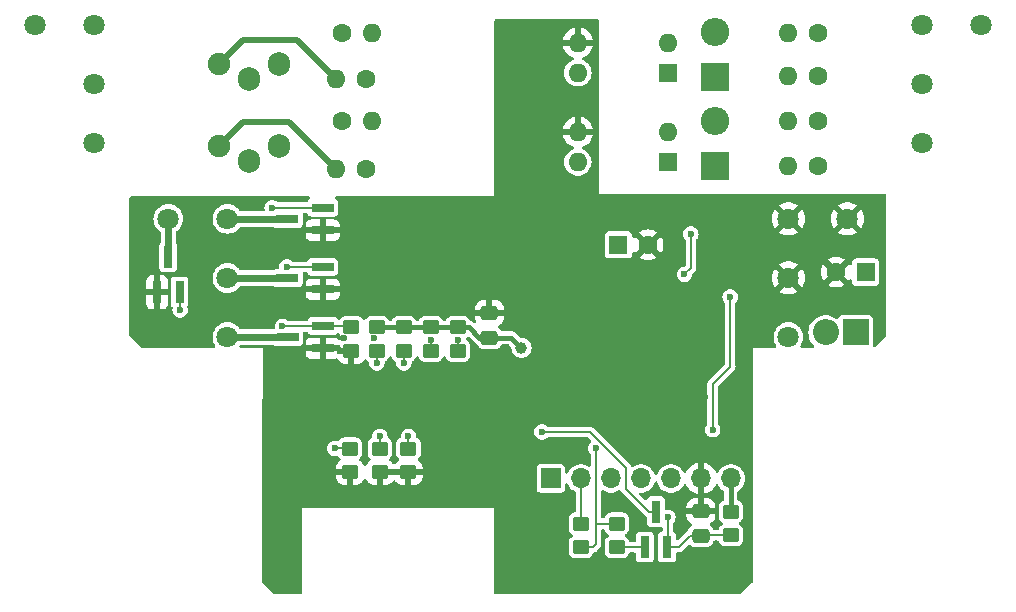
<source format=gbl>
G04 #@! TF.GenerationSoftware,KiCad,Pcbnew,7.0.6*
G04 #@! TF.CreationDate,2023-08-17T21:15:31+02:00*
G04 #@! TF.ProjectId,esp-switch,6573702d-7377-4697-9463-682e6b696361,rev?*
G04 #@! TF.SameCoordinates,Original*
G04 #@! TF.FileFunction,Copper,L2,Bot*
G04 #@! TF.FilePolarity,Positive*
%FSLAX46Y46*%
G04 Gerber Fmt 4.6, Leading zero omitted, Abs format (unit mm)*
G04 Created by KiCad (PCBNEW 7.0.6) date 2023-08-17 21:15:31*
%MOMM*%
%LPD*%
G01*
G04 APERTURE LIST*
G04 Aperture macros list*
%AMRoundRect*
0 Rectangle with rounded corners*
0 $1 Rounding radius*
0 $2 $3 $4 $5 $6 $7 $8 $9 X,Y pos of 4 corners*
0 Add a 4 corners polygon primitive as box body*
4,1,4,$2,$3,$4,$5,$6,$7,$8,$9,$2,$3,0*
0 Add four circle primitives for the rounded corners*
1,1,$1+$1,$2,$3*
1,1,$1+$1,$4,$5*
1,1,$1+$1,$6,$7*
1,1,$1+$1,$8,$9*
0 Add four rect primitives between the rounded corners*
20,1,$1+$1,$2,$3,$4,$5,0*
20,1,$1+$1,$4,$5,$6,$7,0*
20,1,$1+$1,$6,$7,$8,$9,0*
20,1,$1+$1,$8,$9,$2,$3,0*%
G04 Aperture macros list end*
G04 #@! TA.AperFunction,ComponentPad*
%ADD10R,1.600000X1.600000*%
G04 #@! TD*
G04 #@! TA.AperFunction,ComponentPad*
%ADD11C,1.600000*%
G04 #@! TD*
G04 #@! TA.AperFunction,ComponentPad*
%ADD12O,1.600000X1.600000*%
G04 #@! TD*
G04 #@! TA.AperFunction,ComponentPad*
%ADD13C,1.800000*%
G04 #@! TD*
G04 #@! TA.AperFunction,ComponentPad*
%ADD14R,2.400000X2.400000*%
G04 #@! TD*
G04 #@! TA.AperFunction,ComponentPad*
%ADD15O,2.400000X2.400000*%
G04 #@! TD*
G04 #@! TA.AperFunction,ComponentPad*
%ADD16C,1.905000*%
G04 #@! TD*
G04 #@! TA.AperFunction,ComponentPad*
%ADD17O,1.905000X2.000000*%
G04 #@! TD*
G04 #@! TA.AperFunction,ComponentPad*
%ADD18R,1.700000X1.700000*%
G04 #@! TD*
G04 #@! TA.AperFunction,ComponentPad*
%ADD19O,1.700000X1.700000*%
G04 #@! TD*
G04 #@! TA.AperFunction,ComponentPad*
%ADD20R,2.200000X2.200000*%
G04 #@! TD*
G04 #@! TA.AperFunction,ComponentPad*
%ADD21O,2.200000X2.200000*%
G04 #@! TD*
G04 #@! TA.AperFunction,SMDPad,CuDef*
%ADD22RoundRect,0.250000X0.450000X-0.350000X0.450000X0.350000X-0.450000X0.350000X-0.450000X-0.350000X0*%
G04 #@! TD*
G04 #@! TA.AperFunction,SMDPad,CuDef*
%ADD23RoundRect,0.250000X-0.450000X0.350000X-0.450000X-0.350000X0.450000X-0.350000X0.450000X0.350000X0*%
G04 #@! TD*
G04 #@! TA.AperFunction,SMDPad,CuDef*
%ADD24RoundRect,0.250000X0.475000X-0.337500X0.475000X0.337500X-0.475000X0.337500X-0.475000X-0.337500X0*%
G04 #@! TD*
G04 #@! TA.AperFunction,SMDPad,CuDef*
%ADD25R,1.900000X0.800000*%
G04 #@! TD*
G04 #@! TA.AperFunction,SMDPad,CuDef*
%ADD26R,0.800000X1.900000*%
G04 #@! TD*
G04 #@! TA.AperFunction,ViaPad*
%ADD27C,0.600000*%
G04 #@! TD*
G04 #@! TA.AperFunction,ViaPad*
%ADD28C,1.000000*%
G04 #@! TD*
G04 #@! TA.AperFunction,Conductor*
%ADD29C,0.400000*%
G04 #@! TD*
G04 #@! TA.AperFunction,Conductor*
%ADD30C,0.200000*%
G04 #@! TD*
G04 #@! TA.AperFunction,Conductor*
%ADD31C,0.600000*%
G04 #@! TD*
G04 #@! TA.AperFunction,Conductor*
%ADD32C,0.500000*%
G04 #@! TD*
G04 APERTURE END LIST*
D10*
X74141380Y-21905000D03*
D11*
X71641380Y-21905000D03*
X70100000Y-12954000D03*
D12*
X67560000Y-12954000D03*
D13*
X83900000Y-1000000D03*
X78900000Y-1000000D03*
X78900000Y-6000000D03*
X78900000Y-11000000D03*
D11*
X29774000Y-1651000D03*
D12*
X32314000Y-1651000D03*
D10*
X57400000Y-12578000D03*
D12*
X57400000Y-10038000D03*
X49780000Y-10038000D03*
X49780000Y-12578000D03*
D14*
X61400000Y-12908000D03*
D15*
X61400000Y-9098000D03*
D11*
X70100000Y-5334000D03*
D12*
X67560000Y-5334000D03*
D11*
X70100000Y-9144000D03*
D12*
X67560000Y-9144000D03*
D16*
X19360000Y-4311300D03*
D17*
X21900000Y-5581300D03*
X24440000Y-4311300D03*
D11*
X31864000Y-5588000D03*
D12*
X29324000Y-5588000D03*
D18*
X47498000Y-39370000D03*
D19*
X50038000Y-39370000D03*
X52578000Y-39370000D03*
X55118000Y-39370000D03*
X57658000Y-39370000D03*
X60198000Y-39370000D03*
X62738000Y-39370000D03*
D16*
X19360000Y-11245000D03*
D17*
X21900000Y-12515000D03*
X24440000Y-11245000D03*
D14*
X61400000Y-5349000D03*
D15*
X61400000Y-1539000D03*
D20*
X73284234Y-27010400D03*
D21*
X70744234Y-27010400D03*
D10*
X57400000Y-5019000D03*
D12*
X57400000Y-2479000D03*
X49780000Y-2479000D03*
X49780000Y-5019000D03*
D11*
X31864000Y-13208000D03*
D12*
X29324000Y-13208000D03*
D13*
X3800000Y-1000000D03*
X8800000Y-1000000D03*
X8800000Y-6000000D03*
X8800000Y-11000000D03*
D10*
X53217621Y-19600000D03*
D11*
X55717621Y-19600000D03*
X29774000Y-9144000D03*
D12*
X32314000Y-9144000D03*
D11*
X70100000Y-1651000D03*
D12*
X67560000Y-1651000D03*
D13*
X15100000Y-17400000D03*
X20100000Y-17400000D03*
X20100000Y-22400000D03*
X20100000Y-27400000D03*
X72600000Y-17400000D03*
X67600000Y-17400000D03*
X67600000Y-22400000D03*
X67600000Y-27400000D03*
D22*
X30480000Y-38846000D03*
X30480000Y-36846000D03*
D23*
X39624000Y-26559000D03*
X39624000Y-28559000D03*
D22*
X32766000Y-28559000D03*
X32766000Y-26559000D03*
D24*
X60198000Y-44217500D03*
X60198000Y-42142500D03*
D22*
X35433000Y-38846000D03*
X35433000Y-36846000D03*
D23*
X50038000Y-43196000D03*
X50038000Y-45196000D03*
D22*
X33020000Y-38846000D03*
X33020000Y-36846000D03*
D25*
X28170000Y-21450000D03*
X28170000Y-23350000D03*
X25170000Y-22400000D03*
D22*
X30607000Y-28559000D03*
X30607000Y-26559000D03*
D23*
X53086000Y-43196000D03*
X53086000Y-45196000D03*
X37338000Y-26559000D03*
X37338000Y-28559000D03*
D24*
X42291000Y-27453500D03*
X42291000Y-25378500D03*
D25*
X28170000Y-16449000D03*
X28170000Y-18349000D03*
X25170000Y-17399000D03*
D22*
X62738000Y-44180000D03*
X62738000Y-42180000D03*
D26*
X16050000Y-23600000D03*
X14150000Y-23600000D03*
X15100000Y-20600000D03*
D25*
X28194000Y-26450000D03*
X28194000Y-28350000D03*
X25194000Y-27400000D03*
D22*
X35052000Y-28559000D03*
X35052000Y-26559000D03*
D26*
X57338000Y-45188000D03*
X55438000Y-45188000D03*
X56388000Y-42188000D03*
D27*
X32500000Y-27500000D03*
X30000000Y-27500000D03*
X32500000Y-22500000D03*
X12500000Y-22500000D03*
X55000000Y-35000000D03*
X30000000Y-20000000D03*
X22500000Y-20000000D03*
X57500000Y-35000000D03*
X17500000Y-22500000D03*
X60000000Y-47500000D03*
X30000000Y-17500000D03*
X45000000Y-22500000D03*
X32500000Y-20000000D03*
X12500000Y-27500000D03*
X32500000Y-17500000D03*
X60500000Y-32500000D03*
X55000000Y-47500000D03*
X47500000Y-15000000D03*
X55000000Y-30000000D03*
X57500000Y-30000000D03*
X55000000Y-17500000D03*
X55000000Y-27500000D03*
X37500000Y-30000000D03*
X27500000Y-25000000D03*
X17500000Y-17500000D03*
X59900000Y-24300000D03*
X61402000Y-30160000D03*
X30000000Y-22500000D03*
X12500000Y-17500000D03*
X61500000Y-27500000D03*
X55000000Y-25000000D03*
X47500000Y-7500000D03*
X45000000Y-47500000D03*
X47500000Y-22500000D03*
X40000000Y-20000000D03*
X30000000Y-30000000D03*
X37500000Y-35000000D03*
X47500000Y-20000000D03*
X47500000Y-25000000D03*
X50000000Y-47500000D03*
X17500000Y-27500000D03*
X25000000Y-25000000D03*
X57500000Y-32500000D03*
X65000000Y-17500000D03*
X25000000Y-47500000D03*
X37405742Y-17492998D03*
X25000000Y-30000000D03*
X55000000Y-22500000D03*
X57500000Y-17500000D03*
D28*
X45000000Y-28321000D03*
D27*
X57404000Y-42672000D03*
X37338000Y-27658500D03*
X39624000Y-27686000D03*
X35433000Y-35814000D03*
X25146000Y-21463000D03*
X24765000Y-26500498D03*
X23901400Y-16459200D03*
X33020000Y-35814000D03*
X29210000Y-36830000D03*
X16100000Y-25100000D03*
X32766000Y-29591000D03*
X35052000Y-29591000D03*
X58796000Y-22098000D03*
X59344600Y-18679200D03*
X62672000Y-24013200D03*
X61198000Y-35255200D03*
X46736000Y-35433000D03*
X51308000Y-36830000D03*
D29*
X37338000Y-26559000D02*
X39624000Y-26559000D01*
X42291000Y-27453500D02*
X41423500Y-27453500D01*
X32766000Y-26559000D02*
X35052000Y-26559000D01*
X62738000Y-39370000D02*
X62738000Y-42180000D01*
X40529000Y-26559000D02*
X39624000Y-26559000D01*
X45000000Y-28321000D02*
X44132500Y-27453500D01*
X44132500Y-27453500D02*
X42291000Y-27453500D01*
X41423500Y-27453500D02*
X40529000Y-26559000D01*
X35052000Y-26559000D02*
X37338000Y-26559000D01*
D30*
X58317000Y-45188000D02*
X57338000Y-45188000D01*
X62738000Y-44180000D02*
X60235500Y-44180000D01*
X60198000Y-44217500D02*
X59287500Y-44217500D01*
X57404000Y-45122000D02*
X57338000Y-45188000D01*
X59287500Y-44217500D02*
X58317000Y-45188000D01*
X60235500Y-44180000D02*
X60198000Y-44217500D01*
X57404000Y-42672000D02*
X57404000Y-45122000D01*
D31*
X15100000Y-17400000D02*
X15100000Y-20600000D01*
X25169000Y-17400000D02*
X25170000Y-17399000D01*
X20100000Y-17400000D02*
X25169000Y-17400000D01*
X24200000Y-27400000D02*
X20100000Y-27400000D01*
D30*
X37338000Y-27658500D02*
X37338000Y-28559000D01*
X39624000Y-27686000D02*
X39624000Y-28559000D01*
X35433000Y-36846000D02*
X35433000Y-35814000D01*
X28157000Y-21463000D02*
X28170000Y-21450000D01*
X25146000Y-21463000D02*
X28157000Y-21463000D01*
X30498000Y-26450000D02*
X28194000Y-26450000D01*
X24765000Y-26500498D02*
X28143502Y-26500498D01*
X28143502Y-26500498D02*
X28194000Y-26450000D01*
X30607000Y-26559000D02*
X30498000Y-26450000D01*
X33020000Y-35814000D02*
X33020000Y-36846000D01*
X23910600Y-16450000D02*
X28169000Y-16450000D01*
X28169000Y-16450000D02*
X28170000Y-16449000D01*
X23901400Y-16459200D02*
X23910600Y-16450000D01*
X30464000Y-36830000D02*
X30480000Y-36846000D01*
X16100000Y-25100000D02*
X16100000Y-23650000D01*
X29210000Y-36830000D02*
X30464000Y-36830000D01*
X16100000Y-23650000D02*
X16050000Y-23600000D01*
X32766000Y-28559000D02*
X32766000Y-29591000D01*
X35052000Y-29591000D02*
X35052000Y-28559000D01*
X50038000Y-39370000D02*
X50038000Y-43196000D01*
X59344600Y-18679200D02*
X59344600Y-21549400D01*
X59344600Y-21549400D02*
X58796000Y-22098000D01*
X62672000Y-29906000D02*
X61198000Y-31380000D01*
X62672000Y-24013200D02*
X62672000Y-29906000D01*
X61198000Y-31380000D02*
X61198000Y-35255200D01*
D31*
X20100000Y-22400000D02*
X25170000Y-22400000D01*
D30*
X53086000Y-45196000D02*
X53094000Y-45188000D01*
X53094000Y-45188000D02*
X55438000Y-45188000D01*
X55788000Y-42188000D02*
X53848000Y-40248000D01*
X50800000Y-35433000D02*
X46736000Y-35433000D01*
X53848000Y-38481000D02*
X50800000Y-35433000D01*
X53848000Y-40248000D02*
X53848000Y-38481000D01*
X56388000Y-42188000D02*
X55788000Y-42188000D01*
X53086000Y-43196000D02*
X51324000Y-43196000D01*
X51308000Y-36830000D02*
X51308000Y-43180000D01*
X51308000Y-44958000D02*
X51070000Y-45196000D01*
X51324000Y-43196000D02*
X51308000Y-43180000D01*
X51308000Y-43180000D02*
X51308000Y-44958000D01*
X51070000Y-45196000D02*
X50038000Y-45196000D01*
D32*
X29324000Y-5588000D02*
X25997300Y-2261300D01*
X25997300Y-2261300D02*
X21410000Y-2261300D01*
X21410000Y-2261300D02*
X19360000Y-4311300D01*
X21410000Y-9195000D02*
X19360000Y-11245000D01*
X25311000Y-9195000D02*
X21410000Y-9195000D01*
X29324000Y-13208000D02*
X25311000Y-9195000D01*
G04 #@! TA.AperFunction,Conductor*
G36*
X56438562Y-39633083D02*
G01*
X56491749Y-39678393D01*
X56507266Y-39712372D01*
X56533769Y-39805523D01*
X56533775Y-39805538D01*
X56632938Y-40004683D01*
X56632943Y-40004691D01*
X56767020Y-40182238D01*
X56931437Y-40332123D01*
X56931439Y-40332125D01*
X57120595Y-40449245D01*
X57120596Y-40449245D01*
X57120599Y-40449247D01*
X57328060Y-40529618D01*
X57546757Y-40570500D01*
X57546759Y-40570500D01*
X57769241Y-40570500D01*
X57769243Y-40570500D01*
X57987940Y-40529618D01*
X58195401Y-40449247D01*
X58384562Y-40332124D01*
X58548981Y-40182236D01*
X58683058Y-40004689D01*
X58734334Y-39901712D01*
X58781837Y-39850475D01*
X58849500Y-39833053D01*
X58915841Y-39854978D01*
X58957717Y-39904578D01*
X59024399Y-40047578D01*
X59159894Y-40241082D01*
X59326917Y-40408105D01*
X59520421Y-40543600D01*
X59734507Y-40643429D01*
X59734516Y-40643433D01*
X59948000Y-40700634D01*
X59948000Y-39805501D01*
X60055685Y-39854680D01*
X60162237Y-39870000D01*
X60233763Y-39870000D01*
X60340315Y-39854680D01*
X60448000Y-39805501D01*
X60448000Y-40700633D01*
X60661483Y-40643433D01*
X60661492Y-40643429D01*
X60875578Y-40543600D01*
X61069082Y-40408105D01*
X61236105Y-40241082D01*
X61371600Y-40047578D01*
X61438282Y-39904578D01*
X61484454Y-39852139D01*
X61551648Y-39832987D01*
X61618529Y-39853203D01*
X61661664Y-39901711D01*
X61712938Y-40004683D01*
X61712943Y-40004691D01*
X61847020Y-40182238D01*
X62011433Y-40332120D01*
X62011435Y-40332121D01*
X62011438Y-40332124D01*
X62128778Y-40404777D01*
X62175413Y-40456803D01*
X62187500Y-40510203D01*
X62187499Y-41138797D01*
X62167814Y-41205837D01*
X62115010Y-41251591D01*
X62110952Y-41253358D01*
X61985160Y-41305463D01*
X61859718Y-41401718D01*
X61763463Y-41527160D01*
X61702956Y-41673237D01*
X61702955Y-41673239D01*
X61687500Y-41790638D01*
X61687500Y-42569363D01*
X61702953Y-42686753D01*
X61702956Y-42686762D01*
X61761797Y-42828818D01*
X61763464Y-42832841D01*
X61859718Y-42958282D01*
X61985159Y-43054536D01*
X62008488Y-43064199D01*
X62011481Y-43065439D01*
X62065884Y-43109280D01*
X62087949Y-43175575D01*
X62070670Y-43243274D01*
X62019532Y-43290884D01*
X62011481Y-43294561D01*
X61985160Y-43305463D01*
X61859718Y-43401718D01*
X61763462Y-43527161D01*
X61711359Y-43652952D01*
X61667518Y-43707356D01*
X61601224Y-43729421D01*
X61596798Y-43729500D01*
X61343492Y-43729500D01*
X61276453Y-43709815D01*
X61230698Y-43657011D01*
X61228931Y-43652953D01*
X61225737Y-43645242D01*
X61197536Y-43577159D01*
X61101282Y-43451718D01*
X61101280Y-43451717D01*
X61101280Y-43451716D01*
X60987720Y-43364579D01*
X60946517Y-43308151D01*
X60942362Y-43238405D01*
X60976574Y-43177485D01*
X60998110Y-43160664D01*
X61141342Y-43072317D01*
X61141344Y-43072316D01*
X61265315Y-42948345D01*
X61357356Y-42799124D01*
X61357358Y-42799119D01*
X61412505Y-42632697D01*
X61412506Y-42632690D01*
X61422999Y-42529986D01*
X61423000Y-42529973D01*
X61423000Y-42392500D01*
X58973001Y-42392500D01*
X58973001Y-42529986D01*
X58983494Y-42632697D01*
X59038641Y-42799119D01*
X59038643Y-42799124D01*
X59130684Y-42948345D01*
X59254654Y-43072315D01*
X59397890Y-43160664D01*
X59444614Y-43212612D01*
X59455837Y-43281575D01*
X59427993Y-43345657D01*
X59408280Y-43364578D01*
X59294720Y-43451716D01*
X59294719Y-43451717D01*
X59294718Y-43451718D01*
X59236829Y-43527161D01*
X59198463Y-43577160D01*
X59137955Y-43723240D01*
X59137389Y-43727539D01*
X59135903Y-43730895D01*
X59135852Y-43731089D01*
X59135821Y-43731080D01*
X59109118Y-43791434D01*
X59068253Y-43823066D01*
X59030855Y-43841075D01*
X59023838Y-43845859D01*
X59016961Y-43850935D01*
X58974913Y-43892983D01*
X58931303Y-43933447D01*
X58925513Y-43940708D01*
X58924862Y-43940188D01*
X58915467Y-43952428D01*
X58300181Y-44567715D01*
X58238858Y-44601200D01*
X58169167Y-44596216D01*
X58113233Y-44554345D01*
X58088816Y-44488880D01*
X58088500Y-44480034D01*
X58088500Y-44204739D01*
X58078573Y-44136608D01*
X58075853Y-44131044D01*
X58027198Y-44031517D01*
X58027196Y-44031515D01*
X58027196Y-44031514D01*
X57944484Y-43948802D01*
X57924039Y-43938807D01*
X57872457Y-43891679D01*
X57854500Y-43827407D01*
X57854500Y-43197759D01*
X57874185Y-43130720D01*
X57889846Y-43112444D01*
X57889509Y-43112145D01*
X57894481Y-43106532D01*
X57894481Y-43106531D01*
X57894483Y-43106530D01*
X57984220Y-42976523D01*
X58040237Y-42828818D01*
X58059278Y-42672000D01*
X58046816Y-42569361D01*
X58040237Y-42515181D01*
X57993710Y-42392500D01*
X57984220Y-42367477D01*
X57894483Y-42237470D01*
X57776240Y-42132717D01*
X57776238Y-42132716D01*
X57776237Y-42132715D01*
X57636365Y-42059303D01*
X57482986Y-42021500D01*
X57482985Y-42021500D01*
X57325015Y-42021500D01*
X57325014Y-42021500D01*
X57292174Y-42029594D01*
X57222372Y-42026524D01*
X57165310Y-41986204D01*
X57139105Y-41921435D01*
X57138500Y-41909197D01*
X57138500Y-41892500D01*
X58973000Y-41892500D01*
X59948000Y-41892500D01*
X59948000Y-41055000D01*
X60447999Y-41055000D01*
X60447999Y-41892499D01*
X60448001Y-41892500D01*
X61422998Y-41892500D01*
X61422999Y-41755028D01*
X61422998Y-41755013D01*
X61412505Y-41652302D01*
X61357358Y-41485880D01*
X61357356Y-41485875D01*
X61265315Y-41336654D01*
X61141345Y-41212684D01*
X60992124Y-41120643D01*
X60992119Y-41120641D01*
X60825697Y-41065494D01*
X60825690Y-41065493D01*
X60722986Y-41055000D01*
X60447999Y-41055000D01*
X59948000Y-41055000D01*
X59673029Y-41055000D01*
X59673012Y-41055001D01*
X59570302Y-41065494D01*
X59403880Y-41120641D01*
X59403875Y-41120643D01*
X59254654Y-41212684D01*
X59130684Y-41336654D01*
X59038643Y-41485875D01*
X59038641Y-41485880D01*
X58983494Y-41652302D01*
X58983493Y-41652309D01*
X58973000Y-41755013D01*
X58973000Y-41892500D01*
X57138500Y-41892500D01*
X57138500Y-41204739D01*
X57128573Y-41136608D01*
X57128573Y-41136607D01*
X57077198Y-41031517D01*
X57077196Y-41031515D01*
X57077196Y-41031514D01*
X56994485Y-40948803D01*
X56889391Y-40897426D01*
X56821261Y-40887500D01*
X56821260Y-40887500D01*
X55954740Y-40887500D01*
X55954739Y-40887500D01*
X55886608Y-40897426D01*
X55781514Y-40948803D01*
X55698803Y-41031514D01*
X55647425Y-41136609D01*
X55644584Y-41145807D01*
X55641828Y-41144955D01*
X55619091Y-41194475D01*
X55560235Y-41232129D01*
X55490366Y-41231985D01*
X55437864Y-41200761D01*
X55019284Y-40782181D01*
X54985799Y-40720858D01*
X54990783Y-40651166D01*
X55032655Y-40595233D01*
X55098119Y-40570816D01*
X55106965Y-40570500D01*
X55229241Y-40570500D01*
X55229243Y-40570500D01*
X55447940Y-40529618D01*
X55655401Y-40449247D01*
X55844562Y-40332124D01*
X56008981Y-40182236D01*
X56143058Y-40004689D01*
X56242229Y-39805528D01*
X56268734Y-39712371D01*
X56306013Y-39653278D01*
X56369323Y-39623721D01*
X56438562Y-39633083D01*
G37*
G04 #@! TD.AperFunction*
G04 #@! TA.AperFunction,Conductor*
G36*
X51543039Y-519685D02*
G01*
X51588794Y-572489D01*
X51600000Y-624000D01*
X51600000Y-15300000D01*
X75782928Y-15300000D01*
X75849967Y-15319685D01*
X75895722Y-15372489D01*
X75906927Y-15424070D01*
X75905663Y-17591809D01*
X75900029Y-27248680D01*
X75880305Y-27315708D01*
X75863710Y-27336289D01*
X74944153Y-28255846D01*
X74882830Y-28289331D01*
X74813138Y-28284347D01*
X74757205Y-28242475D01*
X74732788Y-28177011D01*
X74733767Y-28150293D01*
X74734734Y-28143660D01*
X74734734Y-25877140D01*
X74724807Y-25809007D01*
X74673432Y-25703917D01*
X74673430Y-25703915D01*
X74673430Y-25703914D01*
X74590719Y-25621203D01*
X74564736Y-25608501D01*
X74485627Y-25569827D01*
X74485625Y-25569826D01*
X74417495Y-25559900D01*
X74417494Y-25559900D01*
X72150974Y-25559900D01*
X72150973Y-25559900D01*
X72082842Y-25569826D01*
X71977748Y-25621203D01*
X71895037Y-25703914D01*
X71843657Y-25809015D01*
X71842088Y-25814092D01*
X71803485Y-25872330D01*
X71739525Y-25900451D01*
X71670514Y-25889529D01*
X71647456Y-25875329D01*
X71540309Y-25791933D01*
X71540303Y-25791929D01*
X71328891Y-25677518D01*
X71328886Y-25677516D01*
X71101534Y-25599466D01*
X70923702Y-25569791D01*
X70864426Y-25559900D01*
X70624042Y-25559900D01*
X70576620Y-25567813D01*
X70386933Y-25599466D01*
X70159581Y-25677516D01*
X70159576Y-25677518D01*
X69948164Y-25791929D01*
X69948158Y-25791933D01*
X69758476Y-25939569D01*
X69758473Y-25939572D01*
X69758470Y-25939574D01*
X69758470Y-25939575D01*
X69750154Y-25948609D01*
X69595664Y-26116429D01*
X69595661Y-26116433D01*
X69464185Y-26317670D01*
X69367623Y-26537810D01*
X69308613Y-26770840D01*
X69288763Y-27010394D01*
X69288763Y-27010405D01*
X69308613Y-27249959D01*
X69367623Y-27482989D01*
X69464185Y-27703129D01*
X69595661Y-27904366D01*
X69595663Y-27904369D01*
X69758470Y-28081225D01*
X69758473Y-28081227D01*
X69762246Y-28084701D01*
X69760510Y-28086585D01*
X69795222Y-28134555D01*
X69799076Y-28204318D01*
X69764602Y-28265091D01*
X69702744Y-28297577D01*
X69678353Y-28300000D01*
X68734594Y-28300000D01*
X68667555Y-28280315D01*
X68621800Y-28227511D01*
X68611856Y-28158353D01*
X68633020Y-28104876D01*
X68643999Y-28089196D01*
X68687102Y-28027639D01*
X68779575Y-27829330D01*
X68836207Y-27617977D01*
X68853054Y-27425411D01*
X68855277Y-27400002D01*
X68855277Y-27399997D01*
X68848479Y-27322301D01*
X68836207Y-27182023D01*
X68789567Y-27007959D01*
X68779577Y-26970677D01*
X68779576Y-26970676D01*
X68779575Y-26970670D01*
X68687102Y-26772362D01*
X68687100Y-26772359D01*
X68687099Y-26772357D01*
X68561599Y-26593124D01*
X68499431Y-26530956D01*
X68406877Y-26438402D01*
X68227639Y-26312898D01*
X68227640Y-26312898D01*
X68227638Y-26312897D01*
X68128484Y-26266661D01*
X68029330Y-26220425D01*
X68029326Y-26220424D01*
X68029322Y-26220422D01*
X67817977Y-26163793D01*
X67600002Y-26144723D01*
X67599998Y-26144723D01*
X67454682Y-26157436D01*
X67382023Y-26163793D01*
X67382020Y-26163793D01*
X67170677Y-26220422D01*
X67170668Y-26220426D01*
X66972361Y-26312898D01*
X66972357Y-26312900D01*
X66793121Y-26438402D01*
X66638402Y-26593121D01*
X66512900Y-26772357D01*
X66512898Y-26772361D01*
X66420426Y-26970668D01*
X66420422Y-26970677D01*
X66363793Y-27182020D01*
X66363793Y-27182024D01*
X66344723Y-27399997D01*
X66344723Y-27400002D01*
X66348611Y-27444437D01*
X66362142Y-27599111D01*
X66363793Y-27617975D01*
X66363793Y-27617979D01*
X66420422Y-27829322D01*
X66420424Y-27829326D01*
X66420425Y-27829330D01*
X66501875Y-28004000D01*
X66512898Y-28027639D01*
X66512902Y-28027645D01*
X66566980Y-28104876D01*
X66589308Y-28171082D01*
X66572298Y-28238849D01*
X66521351Y-28286663D01*
X66465406Y-28300000D01*
X64600000Y-28300000D01*
X64600000Y-48145146D01*
X64580315Y-48212185D01*
X64559411Y-48236899D01*
X63535472Y-49167753D01*
X63472626Y-49198283D01*
X63452061Y-49200000D01*
X42788000Y-49200000D01*
X42720961Y-49180315D01*
X42675206Y-49127511D01*
X42664000Y-49076000D01*
X42664000Y-41861600D01*
X26424000Y-41861600D01*
X26424000Y-49076000D01*
X26404315Y-49143039D01*
X26351511Y-49188794D01*
X26300000Y-49200000D01*
X24151362Y-49200000D01*
X24084323Y-49180315D01*
X24063681Y-49163681D01*
X23036578Y-48136578D01*
X23003093Y-48075255D01*
X23000261Y-48048271D01*
X23008449Y-46427196D01*
X23045475Y-39096000D01*
X29280001Y-39096000D01*
X29280001Y-39245986D01*
X29290494Y-39348697D01*
X29345641Y-39515119D01*
X29345643Y-39515124D01*
X29437684Y-39664345D01*
X29561654Y-39788315D01*
X29710875Y-39880356D01*
X29710880Y-39880358D01*
X29877302Y-39935505D01*
X29877309Y-39935506D01*
X29980019Y-39945999D01*
X30229999Y-39945999D01*
X30230000Y-39945998D01*
X30230000Y-39096000D01*
X29280001Y-39096000D01*
X23045475Y-39096000D01*
X23056920Y-36830000D01*
X28554722Y-36830000D01*
X28573762Y-36986818D01*
X28629779Y-37134523D01*
X28629780Y-37134523D01*
X28719517Y-37264530D01*
X28837760Y-37369283D01*
X28837762Y-37369284D01*
X28977634Y-37442696D01*
X29131014Y-37480500D01*
X29131015Y-37480500D01*
X29288985Y-37480500D01*
X29380495Y-37457945D01*
X29450296Y-37461014D01*
X29507358Y-37501334D01*
X29508533Y-37502840D01*
X29601718Y-37624282D01*
X29643032Y-37655983D01*
X29684235Y-37712411D01*
X29688390Y-37782157D01*
X29654178Y-37843077D01*
X29632643Y-37859897D01*
X29561659Y-37903680D01*
X29561655Y-37903683D01*
X29437684Y-38027654D01*
X29345643Y-38176875D01*
X29345641Y-38176880D01*
X29290494Y-38343302D01*
X29290493Y-38343309D01*
X29280000Y-38446013D01*
X29280000Y-38596000D01*
X30606000Y-38596000D01*
X30673039Y-38615685D01*
X30718794Y-38668489D01*
X30730000Y-38720000D01*
X30730000Y-39945999D01*
X30979972Y-39945999D01*
X30979986Y-39945998D01*
X31082697Y-39935505D01*
X31249119Y-39880358D01*
X31249124Y-39880356D01*
X31398345Y-39788315D01*
X31522315Y-39664345D01*
X31614356Y-39515124D01*
X31614356Y-39515122D01*
X31632292Y-39460995D01*
X31672064Y-39403549D01*
X31736579Y-39376725D01*
X31805355Y-39389039D01*
X31856556Y-39436581D01*
X31867704Y-39460992D01*
X31885638Y-39515113D01*
X31885643Y-39515124D01*
X31977684Y-39664345D01*
X32101654Y-39788315D01*
X32250875Y-39880356D01*
X32250880Y-39880358D01*
X32417302Y-39935505D01*
X32417309Y-39935506D01*
X32520019Y-39945999D01*
X32769999Y-39945999D01*
X32770000Y-39945998D01*
X32770000Y-39096000D01*
X33270000Y-39096000D01*
X33270000Y-39945999D01*
X33519972Y-39945999D01*
X33519986Y-39945998D01*
X33622697Y-39935505D01*
X33789119Y-39880358D01*
X33789124Y-39880356D01*
X33938345Y-39788315D01*
X34062315Y-39664345D01*
X34120961Y-39569266D01*
X34172909Y-39522542D01*
X34241872Y-39511319D01*
X34305954Y-39539163D01*
X34332039Y-39569266D01*
X34390684Y-39664345D01*
X34514654Y-39788315D01*
X34663875Y-39880356D01*
X34663880Y-39880358D01*
X34830302Y-39935505D01*
X34830309Y-39935506D01*
X34933019Y-39945999D01*
X35182999Y-39945999D01*
X35183000Y-39945998D01*
X35183000Y-39096000D01*
X35683000Y-39096000D01*
X35683000Y-39945999D01*
X35932972Y-39945999D01*
X35932986Y-39945998D01*
X36035697Y-39935505D01*
X36202119Y-39880358D01*
X36202124Y-39880356D01*
X36351345Y-39788315D01*
X36475315Y-39664345D01*
X36567356Y-39515124D01*
X36567358Y-39515119D01*
X36622505Y-39348697D01*
X36622506Y-39348690D01*
X36632999Y-39245986D01*
X36633000Y-39245973D01*
X36633000Y-39096000D01*
X35683000Y-39096000D01*
X35183000Y-39096000D01*
X33270000Y-39096000D01*
X32770000Y-39096000D01*
X32770000Y-38720000D01*
X32789685Y-38652961D01*
X32842489Y-38607206D01*
X32894000Y-38596000D01*
X36632999Y-38596000D01*
X36632999Y-38446028D01*
X36632998Y-38446013D01*
X36622505Y-38343302D01*
X36567358Y-38176880D01*
X36567356Y-38176875D01*
X36475315Y-38027654D01*
X36351345Y-37903684D01*
X36280356Y-37859898D01*
X36233632Y-37807950D01*
X36222409Y-37738988D01*
X36250253Y-37674905D01*
X36269961Y-37655988D01*
X36311282Y-37624282D01*
X36407536Y-37498841D01*
X36468044Y-37352762D01*
X36483500Y-37235361D01*
X36483499Y-36456640D01*
X36483499Y-36456638D01*
X36483499Y-36456636D01*
X36468046Y-36339246D01*
X36468044Y-36339239D01*
X36468044Y-36339238D01*
X36407536Y-36193159D01*
X36311282Y-36067718D01*
X36311280Y-36067717D01*
X36311280Y-36067716D01*
X36185841Y-35971464D01*
X36185836Y-35971461D01*
X36161736Y-35961478D01*
X36107333Y-35917636D01*
X36085270Y-35851341D01*
X36086096Y-35831968D01*
X36088278Y-35814002D01*
X36088278Y-35813999D01*
X36069237Y-35657181D01*
X36032276Y-35559724D01*
X36013220Y-35509477D01*
X35960432Y-35433000D01*
X46080722Y-35433000D01*
X46099762Y-35589818D01*
X46155780Y-35737522D01*
X46155780Y-35737523D01*
X46245517Y-35867530D01*
X46363760Y-35972283D01*
X46363762Y-35972284D01*
X46503634Y-36045696D01*
X46657014Y-36083500D01*
X46657015Y-36083500D01*
X46814985Y-36083500D01*
X46968365Y-36045696D01*
X47108240Y-35972283D01*
X47173256Y-35914683D01*
X47236490Y-35884963D01*
X47255483Y-35883500D01*
X50562034Y-35883500D01*
X50629073Y-35903185D01*
X50649715Y-35919819D01*
X50797614Y-36067718D01*
X50887607Y-36157710D01*
X50921092Y-36219033D01*
X50916108Y-36288724D01*
X50882154Y-36338206D01*
X50817516Y-36395470D01*
X50727781Y-36525475D01*
X50727780Y-36525476D01*
X50671762Y-36673181D01*
X50652722Y-36829999D01*
X50652722Y-36830000D01*
X50671762Y-36986818D01*
X50727779Y-37134523D01*
X50727780Y-37134523D01*
X50768050Y-37192865D01*
X50817518Y-37264532D01*
X50822491Y-37270145D01*
X50821044Y-37271426D01*
X50852850Y-37322120D01*
X50857500Y-37355759D01*
X50857500Y-38242798D01*
X50837815Y-38309837D01*
X50785011Y-38355592D01*
X50715853Y-38365536D01*
X50668223Y-38348225D01*
X50575404Y-38290754D01*
X50575398Y-38290752D01*
X50367940Y-38210382D01*
X50149243Y-38169500D01*
X49926757Y-38169500D01*
X49708060Y-38210382D01*
X49624385Y-38242798D01*
X49500601Y-38290752D01*
X49500595Y-38290754D01*
X49311439Y-38407874D01*
X49311437Y-38407876D01*
X49147020Y-38557761D01*
X49012943Y-38735308D01*
X49012938Y-38735316D01*
X48933500Y-38894850D01*
X48885997Y-38946087D01*
X48818334Y-38963508D01*
X48751994Y-38941582D01*
X48708039Y-38887271D01*
X48698500Y-38839578D01*
X48698500Y-38486739D01*
X48688573Y-38418608D01*
X48688573Y-38418607D01*
X48637198Y-38313517D01*
X48637196Y-38313515D01*
X48637196Y-38313514D01*
X48554485Y-38230803D01*
X48449391Y-38179426D01*
X48381261Y-38169500D01*
X48381260Y-38169500D01*
X46614740Y-38169500D01*
X46614739Y-38169500D01*
X46546608Y-38179426D01*
X46441514Y-38230803D01*
X46358803Y-38313514D01*
X46307426Y-38418608D01*
X46297500Y-38486739D01*
X46297500Y-40253260D01*
X46307426Y-40321391D01*
X46358803Y-40426485D01*
X46441514Y-40509196D01*
X46441515Y-40509196D01*
X46441517Y-40509198D01*
X46546607Y-40560573D01*
X46580673Y-40565536D01*
X46614739Y-40570500D01*
X46614740Y-40570500D01*
X48381261Y-40570500D01*
X48403971Y-40567191D01*
X48449393Y-40560573D01*
X48554483Y-40509198D01*
X48637198Y-40426483D01*
X48688573Y-40321393D01*
X48698500Y-40253260D01*
X48698500Y-39900420D01*
X48718185Y-39833382D01*
X48770989Y-39787627D01*
X48840147Y-39777683D01*
X48903703Y-39806708D01*
X48933500Y-39845149D01*
X49012938Y-40004683D01*
X49012943Y-40004691D01*
X49147020Y-40182238D01*
X49311437Y-40332123D01*
X49311439Y-40332125D01*
X49335310Y-40346905D01*
X49500599Y-40449247D01*
X49508289Y-40452226D01*
X49563692Y-40494795D01*
X49587285Y-40560561D01*
X49587500Y-40567854D01*
X49587500Y-42131638D01*
X49567815Y-42198677D01*
X49515011Y-42244432D01*
X49479685Y-42254577D01*
X49431245Y-42260954D01*
X49431237Y-42260956D01*
X49285160Y-42321463D01*
X49159718Y-42417718D01*
X49063463Y-42543160D01*
X49002956Y-42689237D01*
X49002955Y-42689239D01*
X48987500Y-42806638D01*
X48987500Y-43585363D01*
X49002953Y-43702753D01*
X49002956Y-43702762D01*
X49052787Y-43823066D01*
X49063464Y-43848841D01*
X49159718Y-43974282D01*
X49285159Y-44070536D01*
X49308488Y-44080199D01*
X49311481Y-44081439D01*
X49365884Y-44125280D01*
X49387949Y-44191575D01*
X49370670Y-44259274D01*
X49319532Y-44306884D01*
X49311481Y-44310561D01*
X49285160Y-44321463D01*
X49159718Y-44417718D01*
X49063463Y-44543160D01*
X49002956Y-44689237D01*
X49002955Y-44689239D01*
X48987500Y-44806638D01*
X48987500Y-45585363D01*
X49002953Y-45702753D01*
X49002956Y-45702762D01*
X49063464Y-45848841D01*
X49159718Y-45974282D01*
X49285159Y-46070536D01*
X49431238Y-46131044D01*
X49548639Y-46146500D01*
X50527360Y-46146499D01*
X50527363Y-46146499D01*
X50644753Y-46131046D01*
X50644757Y-46131044D01*
X50644762Y-46131044D01*
X50790841Y-46070536D01*
X50916282Y-45974282D01*
X51012536Y-45848841D01*
X51069047Y-45712409D01*
X51112886Y-45658008D01*
X51165124Y-45637250D01*
X51204287Y-45631348D01*
X51204291Y-45631345D01*
X51212447Y-45628830D01*
X51220469Y-45626023D01*
X51220472Y-45626023D01*
X51273072Y-45598222D01*
X51326642Y-45572425D01*
X51326642Y-45572424D01*
X51326644Y-45572424D01*
X51333695Y-45567616D01*
X51340538Y-45562566D01*
X51382598Y-45520505D01*
X51391221Y-45512504D01*
X51426194Y-45480055D01*
X51426196Y-45480050D01*
X51431987Y-45472790D01*
X51432643Y-45473313D01*
X51442028Y-45461074D01*
X51606213Y-45296888D01*
X51611373Y-45292277D01*
X51641970Y-45267879D01*
X51675480Y-45218728D01*
X51710793Y-45170882D01*
X51710794Y-45170879D01*
X51714787Y-45163324D01*
X51718470Y-45155676D01*
X51718470Y-45155675D01*
X51718472Y-45155673D01*
X51736007Y-45098822D01*
X51755646Y-45042699D01*
X51757228Y-45034336D01*
X51758500Y-45025899D01*
X51758500Y-44966441D01*
X51760725Y-44906990D01*
X51759685Y-44897758D01*
X51760513Y-44897664D01*
X51758500Y-44882361D01*
X51758500Y-43770500D01*
X51778185Y-43703461D01*
X51830989Y-43657706D01*
X51882500Y-43646500D01*
X51944798Y-43646500D01*
X52011837Y-43666185D01*
X52057592Y-43718989D01*
X52059353Y-43723036D01*
X52072297Y-43754284D01*
X52111462Y-43848838D01*
X52111463Y-43848839D01*
X52111464Y-43848841D01*
X52207718Y-43974282D01*
X52333159Y-44070536D01*
X52356488Y-44080199D01*
X52359481Y-44081439D01*
X52413884Y-44125280D01*
X52435949Y-44191575D01*
X52418670Y-44259274D01*
X52367532Y-44306884D01*
X52359481Y-44310561D01*
X52333160Y-44321463D01*
X52207718Y-44417718D01*
X52111463Y-44543160D01*
X52050956Y-44689237D01*
X52050955Y-44689239D01*
X52035500Y-44806638D01*
X52035500Y-45585363D01*
X52050953Y-45702753D01*
X52050956Y-45702762D01*
X52111464Y-45848841D01*
X52207718Y-45974282D01*
X52333159Y-46070536D01*
X52479238Y-46131044D01*
X52596639Y-46146500D01*
X53575360Y-46146499D01*
X53575363Y-46146499D01*
X53692753Y-46131046D01*
X53692757Y-46131044D01*
X53692762Y-46131044D01*
X53838841Y-46070536D01*
X53964282Y-45974282D01*
X54060536Y-45848841D01*
X54115955Y-45715046D01*
X54159796Y-45660644D01*
X54226090Y-45638579D01*
X54230516Y-45638500D01*
X54563500Y-45638500D01*
X54630539Y-45658185D01*
X54676294Y-45710989D01*
X54687500Y-45762500D01*
X54687500Y-46171260D01*
X54697426Y-46239391D01*
X54748803Y-46344485D01*
X54831514Y-46427196D01*
X54831515Y-46427196D01*
X54831517Y-46427198D01*
X54936607Y-46478573D01*
X54970673Y-46483536D01*
X55004739Y-46488500D01*
X55004740Y-46488500D01*
X55871261Y-46488500D01*
X55893971Y-46485190D01*
X55939393Y-46478573D01*
X56044483Y-46427198D01*
X56127198Y-46344483D01*
X56178573Y-46239393D01*
X56188500Y-46171260D01*
X56188500Y-44204740D01*
X56178573Y-44136607D01*
X56127198Y-44031517D01*
X56127196Y-44031515D01*
X56127196Y-44031514D01*
X56044485Y-43948803D01*
X55939391Y-43897426D01*
X55871261Y-43887500D01*
X55871260Y-43887500D01*
X55004740Y-43887500D01*
X55004739Y-43887500D01*
X54936608Y-43897426D01*
X54831514Y-43948803D01*
X54748803Y-44031514D01*
X54697426Y-44136608D01*
X54687500Y-44204739D01*
X54687500Y-44613500D01*
X54667815Y-44680539D01*
X54615011Y-44726294D01*
X54563500Y-44737500D01*
X54223889Y-44737500D01*
X54156850Y-44717815D01*
X54111095Y-44665011D01*
X54109328Y-44660953D01*
X54060536Y-44543160D01*
X54060536Y-44543159D01*
X53964282Y-44417718D01*
X53838841Y-44321464D01*
X53838840Y-44321463D01*
X53838838Y-44321462D01*
X53812519Y-44310561D01*
X53758115Y-44266721D01*
X53736050Y-44200427D01*
X53753329Y-44132727D01*
X53804466Y-44085116D01*
X53812519Y-44081439D01*
X53817246Y-44079480D01*
X53838841Y-44070536D01*
X53964282Y-43974282D01*
X54060536Y-43848841D01*
X54121044Y-43702762D01*
X54136500Y-43585361D01*
X54136499Y-42806640D01*
X54136499Y-42806638D01*
X54136499Y-42806636D01*
X54121046Y-42689246D01*
X54121044Y-42689239D01*
X54121044Y-42689238D01*
X54060536Y-42543159D01*
X53964282Y-42417718D01*
X53838841Y-42321464D01*
X53753788Y-42286234D01*
X53692762Y-42260956D01*
X53692760Y-42260955D01*
X53575370Y-42245501D01*
X53575367Y-42245500D01*
X53575361Y-42245500D01*
X53575354Y-42245500D01*
X52596636Y-42245500D01*
X52479246Y-42260953D01*
X52479237Y-42260956D01*
X52333160Y-42321463D01*
X52207718Y-42417718D01*
X52111462Y-42543161D01*
X52059359Y-42668952D01*
X52015518Y-42723356D01*
X51949224Y-42745421D01*
X51944798Y-42745500D01*
X51882500Y-42745500D01*
X51815461Y-42725815D01*
X51769706Y-42673011D01*
X51758500Y-42621500D01*
X51758500Y-40497201D01*
X51778185Y-40430162D01*
X51830989Y-40384407D01*
X51900147Y-40374463D01*
X51947774Y-40391772D01*
X52040599Y-40449247D01*
X52248060Y-40529618D01*
X52466757Y-40570500D01*
X52466759Y-40570500D01*
X52689241Y-40570500D01*
X52689243Y-40570500D01*
X52907940Y-40529618D01*
X53115401Y-40449247D01*
X53250721Y-40365460D01*
X53318080Y-40346905D01*
X53384779Y-40367713D01*
X53425626Y-40412945D01*
X53443937Y-40447591D01*
X53445777Y-40451072D01*
X53471576Y-40504644D01*
X53476362Y-40511665D01*
X53481431Y-40518532D01*
X53481434Y-40518538D01*
X53523495Y-40560599D01*
X53555630Y-40595233D01*
X53563947Y-40604196D01*
X53571210Y-40609988D01*
X53570689Y-40610641D01*
X53582930Y-40620034D01*
X55449090Y-42486193D01*
X55453726Y-42491380D01*
X55478121Y-42521970D01*
X55478121Y-42521971D01*
X55527271Y-42555480D01*
X55582596Y-42596312D01*
X55581137Y-42598287D01*
X55621510Y-42637571D01*
X55637500Y-42698480D01*
X55637500Y-43171260D01*
X55647426Y-43239391D01*
X55647427Y-43239393D01*
X55681040Y-43308151D01*
X55698803Y-43344485D01*
X55781514Y-43427196D01*
X55781515Y-43427196D01*
X55781517Y-43427198D01*
X55886607Y-43478573D01*
X55920673Y-43483536D01*
X55954739Y-43488500D01*
X56825747Y-43488500D01*
X56825747Y-43489687D01*
X56888795Y-43503323D01*
X56938260Y-43552668D01*
X56953500Y-43612227D01*
X56953500Y-43773153D01*
X56933815Y-43840192D01*
X56881011Y-43885947D01*
X56847380Y-43895857D01*
X56836608Y-43897426D01*
X56731514Y-43948803D01*
X56648803Y-44031514D01*
X56597426Y-44136608D01*
X56587500Y-44204739D01*
X56587500Y-46171260D01*
X56597426Y-46239391D01*
X56648803Y-46344485D01*
X56731514Y-46427196D01*
X56731515Y-46427196D01*
X56731517Y-46427198D01*
X56836607Y-46478573D01*
X56870673Y-46483536D01*
X56904739Y-46488500D01*
X56904740Y-46488500D01*
X57771261Y-46488500D01*
X57793971Y-46485190D01*
X57839393Y-46478573D01*
X57944483Y-46427198D01*
X58027198Y-46344483D01*
X58078573Y-46239393D01*
X58088500Y-46171260D01*
X58088500Y-45762500D01*
X58108185Y-45695461D01*
X58160989Y-45649706D01*
X58212500Y-45638500D01*
X58288217Y-45638500D01*
X58295155Y-45638889D01*
X58327050Y-45642483D01*
X58334034Y-45643270D01*
X58334034Y-45643269D01*
X58334035Y-45643270D01*
X58392479Y-45632211D01*
X58451287Y-45623348D01*
X58451290Y-45623346D01*
X58459447Y-45620830D01*
X58467469Y-45618023D01*
X58467472Y-45618023D01*
X58520072Y-45590222D01*
X58573642Y-45564425D01*
X58573642Y-45564424D01*
X58573644Y-45564424D01*
X58580695Y-45559616D01*
X58587538Y-45554566D01*
X58629599Y-45512504D01*
X58673194Y-45472055D01*
X58673196Y-45472050D01*
X58678987Y-45464790D01*
X58679643Y-45465313D01*
X58689032Y-45453070D01*
X59140931Y-45001171D01*
X59202252Y-44967688D01*
X59271944Y-44972672D01*
X59304096Y-44990478D01*
X59420157Y-45079535D01*
X59420158Y-45079535D01*
X59420159Y-45079536D01*
X59566238Y-45140044D01*
X59683639Y-45155500D01*
X60712360Y-45155499D01*
X60712363Y-45155499D01*
X60829753Y-45140046D01*
X60829757Y-45140044D01*
X60829762Y-45140044D01*
X60975841Y-45079536D01*
X61101282Y-44983282D01*
X61197536Y-44857841D01*
X61258044Y-44711762D01*
X61258044Y-44711761D01*
X61259997Y-44707047D01*
X61303838Y-44652644D01*
X61370132Y-44630579D01*
X61374558Y-44630500D01*
X61596798Y-44630500D01*
X61663837Y-44650185D01*
X61709592Y-44702989D01*
X61711353Y-44707036D01*
X61715819Y-44717815D01*
X61763462Y-44832838D01*
X61763463Y-44832839D01*
X61763464Y-44832841D01*
X61859718Y-44958282D01*
X61985159Y-45054536D01*
X62131238Y-45115044D01*
X62248639Y-45130500D01*
X63227360Y-45130499D01*
X63227363Y-45130499D01*
X63344753Y-45115046D01*
X63344757Y-45115044D01*
X63344762Y-45115044D01*
X63490841Y-45054536D01*
X63616282Y-44958282D01*
X63712536Y-44832841D01*
X63773044Y-44686762D01*
X63788500Y-44569361D01*
X63788499Y-43790640D01*
X63788499Y-43790639D01*
X63788499Y-43790636D01*
X63773046Y-43673246D01*
X63773044Y-43673241D01*
X63773044Y-43673238D01*
X63712536Y-43527159D01*
X63616282Y-43401718D01*
X63490841Y-43305464D01*
X63490840Y-43305463D01*
X63490838Y-43305462D01*
X63464519Y-43294561D01*
X63410115Y-43250721D01*
X63388050Y-43184427D01*
X63405329Y-43116727D01*
X63456466Y-43069116D01*
X63464519Y-43065439D01*
X63469246Y-43063480D01*
X63490841Y-43054536D01*
X63616282Y-42958282D01*
X63712536Y-42832841D01*
X63773044Y-42686762D01*
X63788500Y-42569361D01*
X63788499Y-41790640D01*
X63788499Y-41790638D01*
X63788499Y-41790636D01*
X63773046Y-41673246D01*
X63773044Y-41673239D01*
X63773044Y-41673238D01*
X63712536Y-41527159D01*
X63616282Y-41401718D01*
X63490841Y-41305464D01*
X63490839Y-41305463D01*
X63365047Y-41253358D01*
X63310644Y-41209517D01*
X63288579Y-41143222D01*
X63288500Y-41138797D01*
X63288500Y-40510203D01*
X63308185Y-40443164D01*
X63347221Y-40404777D01*
X63464562Y-40332124D01*
X63628981Y-40182236D01*
X63763058Y-40004689D01*
X63862229Y-39805528D01*
X63923115Y-39591536D01*
X63943643Y-39370000D01*
X63923115Y-39148464D01*
X63862229Y-38934472D01*
X63862224Y-38934461D01*
X63763061Y-38735316D01*
X63763056Y-38735308D01*
X63628979Y-38557761D01*
X63464562Y-38407876D01*
X63464560Y-38407874D01*
X63275404Y-38290754D01*
X63275398Y-38290752D01*
X63067940Y-38210382D01*
X62849243Y-38169500D01*
X62626757Y-38169500D01*
X62408060Y-38210382D01*
X62324385Y-38242798D01*
X62200601Y-38290752D01*
X62200595Y-38290754D01*
X62011439Y-38407874D01*
X62011437Y-38407876D01*
X61847020Y-38557761D01*
X61712943Y-38735308D01*
X61712938Y-38735316D01*
X61661664Y-38838288D01*
X61614160Y-38889525D01*
X61546497Y-38906946D01*
X61480157Y-38885020D01*
X61438282Y-38835421D01*
X61371600Y-38692422D01*
X61371599Y-38692420D01*
X61236113Y-38498926D01*
X61236108Y-38498920D01*
X61069082Y-38331894D01*
X60875578Y-38196399D01*
X60661492Y-38096570D01*
X60661486Y-38096567D01*
X60448000Y-38039364D01*
X60448000Y-38934498D01*
X60340315Y-38885320D01*
X60233763Y-38870000D01*
X60162237Y-38870000D01*
X60055685Y-38885320D01*
X59948000Y-38934498D01*
X59948000Y-38039364D01*
X59947999Y-38039364D01*
X59734513Y-38096567D01*
X59734507Y-38096570D01*
X59520422Y-38196399D01*
X59520420Y-38196400D01*
X59326926Y-38331886D01*
X59326920Y-38331891D01*
X59159891Y-38498920D01*
X59159886Y-38498926D01*
X59024400Y-38692420D01*
X59024399Y-38692422D01*
X58957717Y-38835421D01*
X58911544Y-38887860D01*
X58844350Y-38907012D01*
X58777469Y-38886796D01*
X58734335Y-38838288D01*
X58683061Y-38735316D01*
X58683056Y-38735308D01*
X58548979Y-38557761D01*
X58384562Y-38407876D01*
X58384560Y-38407874D01*
X58195404Y-38290754D01*
X58195398Y-38290752D01*
X57987940Y-38210382D01*
X57769243Y-38169500D01*
X57546757Y-38169500D01*
X57328060Y-38210382D01*
X57244385Y-38242798D01*
X57120601Y-38290752D01*
X57120595Y-38290754D01*
X56931439Y-38407874D01*
X56931437Y-38407876D01*
X56767020Y-38557761D01*
X56632943Y-38735308D01*
X56632938Y-38735316D01*
X56533775Y-38934461D01*
X56533769Y-38934476D01*
X56507266Y-39027627D01*
X56469987Y-39086721D01*
X56406677Y-39116278D01*
X56337438Y-39106916D01*
X56284251Y-39061606D01*
X56268734Y-39027627D01*
X56242230Y-38934476D01*
X56242229Y-38934472D01*
X56242224Y-38934461D01*
X56143061Y-38735316D01*
X56143056Y-38735308D01*
X56008979Y-38557761D01*
X55844562Y-38407876D01*
X55844560Y-38407874D01*
X55655404Y-38290754D01*
X55655398Y-38290752D01*
X55447940Y-38210382D01*
X55229243Y-38169500D01*
X55006757Y-38169500D01*
X54788060Y-38210382D01*
X54722463Y-38235794D01*
X54580602Y-38290751D01*
X54449660Y-38371826D01*
X54382299Y-38390380D01*
X54315600Y-38369572D01*
X54274754Y-38324341D01*
X54255784Y-38288451D01*
X54250222Y-38277927D01*
X54224425Y-38224358D01*
X54224423Y-38224356D01*
X54219624Y-38217316D01*
X54214567Y-38210465D01*
X54214566Y-38210462D01*
X54172504Y-38168400D01*
X54132055Y-38124806D01*
X54132054Y-38124805D01*
X54132053Y-38124804D01*
X54124790Y-38119012D01*
X54125310Y-38118359D01*
X54113070Y-38108966D01*
X51259303Y-35255200D01*
X60542722Y-35255200D01*
X60561762Y-35412018D01*
X60569720Y-35433000D01*
X60617780Y-35559723D01*
X60707517Y-35689730D01*
X60825760Y-35794483D01*
X60825762Y-35794484D01*
X60965634Y-35867896D01*
X61119014Y-35905700D01*
X61119015Y-35905700D01*
X61276985Y-35905700D01*
X61430365Y-35867896D01*
X61431066Y-35867528D01*
X61570240Y-35794483D01*
X61688483Y-35689730D01*
X61778220Y-35559723D01*
X61834237Y-35412018D01*
X61853278Y-35255200D01*
X61834237Y-35098382D01*
X61778220Y-34950677D01*
X61688483Y-34820670D01*
X61688479Y-34820666D01*
X61683509Y-34815056D01*
X61684954Y-34813775D01*
X61653148Y-34763075D01*
X61648499Y-34729447D01*
X61648499Y-31617963D01*
X61668184Y-31550925D01*
X61684813Y-31530288D01*
X62970205Y-30244896D01*
X62975373Y-30240277D01*
X63005970Y-30215879D01*
X63039480Y-30166728D01*
X63074793Y-30118882D01*
X63074794Y-30118879D01*
X63078787Y-30111324D01*
X63082470Y-30103676D01*
X63082470Y-30103675D01*
X63082472Y-30103673D01*
X63100007Y-30046822D01*
X63119646Y-29990699D01*
X63121227Y-29982340D01*
X63122497Y-29973911D01*
X63122500Y-29973902D01*
X63122499Y-29914441D01*
X63124725Y-29854990D01*
X63123685Y-29845758D01*
X63124517Y-29845664D01*
X63122500Y-29830369D01*
X63122500Y-24538959D01*
X63142185Y-24471920D01*
X63157846Y-24453644D01*
X63157509Y-24453345D01*
X63162481Y-24447732D01*
X63162481Y-24447731D01*
X63162483Y-24447730D01*
X63252220Y-24317723D01*
X63308237Y-24170018D01*
X63327278Y-24013200D01*
X63308237Y-23856382D01*
X63252220Y-23708677D01*
X63162483Y-23578670D01*
X63044240Y-23473917D01*
X63044238Y-23473916D01*
X63044237Y-23473915D01*
X62904365Y-23400503D01*
X62750986Y-23362700D01*
X62750985Y-23362700D01*
X62593015Y-23362700D01*
X62593014Y-23362700D01*
X62439634Y-23400503D01*
X62299762Y-23473915D01*
X62299759Y-23473917D01*
X62299760Y-23473917D01*
X62184475Y-23576050D01*
X62181516Y-23578671D01*
X62091781Y-23708675D01*
X62091780Y-23708676D01*
X62035762Y-23856381D01*
X62016722Y-24013199D01*
X62016722Y-24013200D01*
X62035762Y-24170018D01*
X62066096Y-24250000D01*
X62091780Y-24317723D01*
X62132050Y-24376065D01*
X62181518Y-24447732D01*
X62186491Y-24453345D01*
X62185044Y-24454626D01*
X62216850Y-24505320D01*
X62221500Y-24538959D01*
X62221499Y-29668034D01*
X62201814Y-29735073D01*
X62185180Y-29755715D01*
X60899804Y-31041092D01*
X60894617Y-31045727D01*
X60864033Y-31070117D01*
X60864029Y-31070121D01*
X60830519Y-31119271D01*
X60795206Y-31167118D01*
X60791216Y-31174667D01*
X60787528Y-31182326D01*
X60769992Y-31239177D01*
X60750353Y-31295301D01*
X60748771Y-31303659D01*
X60747500Y-31312100D01*
X60747500Y-31371573D01*
X60745275Y-31431009D01*
X60746316Y-31440243D01*
X60745485Y-31440336D01*
X60747500Y-31455635D01*
X60747500Y-34729440D01*
X60727815Y-34796479D01*
X60712153Y-34814756D01*
X60712491Y-34815056D01*
X60707515Y-34820672D01*
X60617781Y-34950675D01*
X60617780Y-34950676D01*
X60561762Y-35098381D01*
X60542722Y-35255199D01*
X60542722Y-35255200D01*
X51259303Y-35255200D01*
X51138908Y-35134805D01*
X51134271Y-35129617D01*
X51133360Y-35128475D01*
X51109879Y-35099030D01*
X51108927Y-35098381D01*
X51060728Y-35065519D01*
X51012882Y-35030207D01*
X51005297Y-35026198D01*
X50997677Y-35022529D01*
X50973161Y-35014967D01*
X50940822Y-35004992D01*
X50920154Y-34997760D01*
X50884695Y-34985352D01*
X50876326Y-34983768D01*
X50867904Y-34982500D01*
X50867902Y-34982500D01*
X50808426Y-34982500D01*
X50748990Y-34980275D01*
X50739756Y-34981316D01*
X50739662Y-34980486D01*
X50724364Y-34982500D01*
X47255483Y-34982500D01*
X47188444Y-34962815D01*
X47173256Y-34951316D01*
X47172534Y-34950676D01*
X47108240Y-34893717D01*
X47108238Y-34893716D01*
X47108237Y-34893715D01*
X46968365Y-34820303D01*
X46814986Y-34782500D01*
X46814985Y-34782500D01*
X46657015Y-34782500D01*
X46657014Y-34782500D01*
X46503634Y-34820303D01*
X46363762Y-34893715D01*
X46245516Y-34998471D01*
X46155781Y-35128475D01*
X46155780Y-35128476D01*
X46099762Y-35276181D01*
X46080722Y-35432999D01*
X46080722Y-35433000D01*
X35960432Y-35433000D01*
X35923483Y-35379470D01*
X35805240Y-35274717D01*
X35805238Y-35274716D01*
X35805237Y-35274715D01*
X35665365Y-35201303D01*
X35511986Y-35163500D01*
X35511985Y-35163500D01*
X35354015Y-35163500D01*
X35354014Y-35163500D01*
X35200634Y-35201303D01*
X35060762Y-35274715D01*
X34942516Y-35379471D01*
X34852781Y-35509475D01*
X34852780Y-35509476D01*
X34796762Y-35657181D01*
X34777722Y-35813999D01*
X34777722Y-35814001D01*
X34779904Y-35831974D01*
X34768443Y-35900898D01*
X34721538Y-35952683D01*
X34704265Y-35961478D01*
X34680159Y-35971463D01*
X34680158Y-35971464D01*
X34554719Y-36067716D01*
X34458463Y-36193160D01*
X34397956Y-36339237D01*
X34397955Y-36339239D01*
X34382500Y-36456638D01*
X34382500Y-37235363D01*
X34397953Y-37352753D01*
X34397956Y-37352762D01*
X34442795Y-37461014D01*
X34458464Y-37498841D01*
X34554718Y-37624282D01*
X34596030Y-37655982D01*
X34596032Y-37655983D01*
X34637235Y-37712411D01*
X34641390Y-37782157D01*
X34607178Y-37843077D01*
X34585643Y-37859897D01*
X34514659Y-37903680D01*
X34514655Y-37903683D01*
X34390683Y-38027655D01*
X34390680Y-38027659D01*
X34332038Y-38122733D01*
X34280090Y-38169458D01*
X34211128Y-38180679D01*
X34147046Y-38152836D01*
X34120962Y-38122733D01*
X34062319Y-38027659D01*
X34062316Y-38027655D01*
X33938345Y-37903684D01*
X33867356Y-37859898D01*
X33820632Y-37807950D01*
X33809409Y-37738988D01*
X33837253Y-37674905D01*
X33856961Y-37655988D01*
X33898282Y-37624282D01*
X33994536Y-37498841D01*
X34055044Y-37352762D01*
X34070500Y-37235361D01*
X34070499Y-36456640D01*
X34070499Y-36456638D01*
X34070499Y-36456636D01*
X34055046Y-36339246D01*
X34055044Y-36339239D01*
X34055044Y-36339238D01*
X33994536Y-36193159D01*
X33898282Y-36067718D01*
X33898280Y-36067717D01*
X33898280Y-36067716D01*
X33772841Y-35971464D01*
X33772836Y-35971461D01*
X33748736Y-35961478D01*
X33694333Y-35917636D01*
X33672270Y-35851341D01*
X33673096Y-35831968D01*
X33675278Y-35814002D01*
X33675278Y-35813999D01*
X33656237Y-35657181D01*
X33619276Y-35559724D01*
X33600220Y-35509477D01*
X33510483Y-35379470D01*
X33392240Y-35274717D01*
X33392238Y-35274716D01*
X33392237Y-35274715D01*
X33252365Y-35201303D01*
X33098986Y-35163500D01*
X33098985Y-35163500D01*
X32941015Y-35163500D01*
X32941014Y-35163500D01*
X32787634Y-35201303D01*
X32647762Y-35274715D01*
X32529516Y-35379471D01*
X32439781Y-35509475D01*
X32439780Y-35509476D01*
X32383762Y-35657181D01*
X32364722Y-35813999D01*
X32364722Y-35814001D01*
X32366904Y-35831974D01*
X32355443Y-35900898D01*
X32308538Y-35952683D01*
X32291265Y-35961478D01*
X32267159Y-35971463D01*
X32267158Y-35971464D01*
X32141719Y-36067716D01*
X32045463Y-36193160D01*
X31984956Y-36339237D01*
X31984955Y-36339239D01*
X31969500Y-36456638D01*
X31969500Y-37235363D01*
X31984953Y-37352753D01*
X31984956Y-37352762D01*
X32029795Y-37461014D01*
X32045464Y-37498841D01*
X32141718Y-37624282D01*
X32183030Y-37655982D01*
X32183032Y-37655983D01*
X32224235Y-37712411D01*
X32228390Y-37782157D01*
X32194178Y-37843077D01*
X32172643Y-37859897D01*
X32101659Y-37903680D01*
X32101655Y-37903683D01*
X31977684Y-38027654D01*
X31885643Y-38176875D01*
X31885641Y-38176880D01*
X31867706Y-38231006D01*
X31827933Y-38288451D01*
X31763417Y-38315274D01*
X31694641Y-38302959D01*
X31643442Y-38255416D01*
X31632294Y-38231006D01*
X31614358Y-38176880D01*
X31614356Y-38176875D01*
X31522315Y-38027654D01*
X31398345Y-37903684D01*
X31327356Y-37859898D01*
X31280632Y-37807950D01*
X31269409Y-37738988D01*
X31297253Y-37674905D01*
X31316961Y-37655988D01*
X31358282Y-37624282D01*
X31454536Y-37498841D01*
X31515044Y-37352762D01*
X31530500Y-37235361D01*
X31530499Y-36456640D01*
X31530499Y-36456638D01*
X31530499Y-36456636D01*
X31515046Y-36339246D01*
X31515044Y-36339239D01*
X31515044Y-36339238D01*
X31454536Y-36193159D01*
X31358282Y-36067718D01*
X31232841Y-35971464D01*
X31086762Y-35910956D01*
X31086760Y-35910955D01*
X30969370Y-35895501D01*
X30969367Y-35895500D01*
X30969361Y-35895500D01*
X30969354Y-35895500D01*
X29990636Y-35895500D01*
X29873246Y-35910953D01*
X29873237Y-35910956D01*
X29727160Y-35971463D01*
X29601718Y-36067718D01*
X29529194Y-36162234D01*
X29472766Y-36203436D01*
X29403020Y-36207591D01*
X29401143Y-36207144D01*
X29288985Y-36179500D01*
X29131015Y-36179500D01*
X29131014Y-36179500D01*
X28977634Y-36217303D01*
X28837762Y-36290715D01*
X28719516Y-36395471D01*
X28629781Y-36525475D01*
X28629780Y-36525476D01*
X28573762Y-36673181D01*
X28554722Y-36829999D01*
X28554722Y-36830000D01*
X23056920Y-36830000D01*
X23098485Y-28600000D01*
X26744000Y-28600000D01*
X26744000Y-28797844D01*
X26750401Y-28857372D01*
X26750403Y-28857379D01*
X26800645Y-28992086D01*
X26800649Y-28992093D01*
X26886809Y-29107187D01*
X26886812Y-29107190D01*
X27001906Y-29193350D01*
X27001913Y-29193354D01*
X27136620Y-29243596D01*
X27136627Y-29243598D01*
X27196155Y-29249999D01*
X27196172Y-29250000D01*
X27944000Y-29250000D01*
X27944000Y-28600000D01*
X28444000Y-28600000D01*
X28444000Y-29250000D01*
X29191828Y-29250000D01*
X29191844Y-29249999D01*
X29251372Y-29243598D01*
X29251383Y-29243595D01*
X29343606Y-29209198D01*
X29413297Y-29204213D01*
X29474621Y-29237697D01*
X29492479Y-29260282D01*
X29564684Y-29377345D01*
X29688654Y-29501315D01*
X29837875Y-29593356D01*
X29837880Y-29593358D01*
X30004302Y-29648505D01*
X30004309Y-29648506D01*
X30107019Y-29658999D01*
X30356999Y-29658999D01*
X30357000Y-29658998D01*
X30357000Y-28809000D01*
X29491000Y-28809000D01*
X29423961Y-28789315D01*
X29378206Y-28736511D01*
X29367000Y-28685000D01*
X29367000Y-28600000D01*
X28444000Y-28600000D01*
X27944000Y-28600000D01*
X26744000Y-28600000D01*
X23098485Y-28600000D01*
X23100000Y-28300000D01*
X21234595Y-28300000D01*
X21167556Y-28280315D01*
X21121801Y-28227511D01*
X21111857Y-28158353D01*
X21133010Y-28104891D01*
X21134060Y-28103391D01*
X21188631Y-28059758D01*
X21235645Y-28050500D01*
X23947456Y-28050500D01*
X24014495Y-28070185D01*
X24035137Y-28086819D01*
X24037514Y-28089196D01*
X24037515Y-28089196D01*
X24037517Y-28089198D01*
X24142607Y-28140573D01*
X24176673Y-28145536D01*
X24210739Y-28150500D01*
X24210740Y-28150500D01*
X26177261Y-28150500D01*
X26199971Y-28147191D01*
X26245393Y-28140573D01*
X26328387Y-28100000D01*
X26744000Y-28100000D01*
X27944000Y-28100000D01*
X27944000Y-27450000D01*
X27196155Y-27450000D01*
X27136627Y-27456401D01*
X27136620Y-27456403D01*
X27001913Y-27506645D01*
X27001906Y-27506649D01*
X26886812Y-27592809D01*
X26886809Y-27592812D01*
X26800649Y-27707906D01*
X26800645Y-27707913D01*
X26750403Y-27842620D01*
X26750401Y-27842627D01*
X26744000Y-27902155D01*
X26744000Y-28100000D01*
X26328387Y-28100000D01*
X26350483Y-28089198D01*
X26433198Y-28006483D01*
X26484573Y-27901393D01*
X26494500Y-27833260D01*
X26494500Y-27074997D01*
X26514185Y-27007959D01*
X26566989Y-26962204D01*
X26618500Y-26950998D01*
X26825829Y-26950998D01*
X26892868Y-26970683D01*
X26937229Y-27020537D01*
X26954802Y-27056483D01*
X26954803Y-27056485D01*
X27037514Y-27139196D01*
X27037515Y-27139196D01*
X27037517Y-27139198D01*
X27142607Y-27190573D01*
X27176673Y-27195536D01*
X27210739Y-27200500D01*
X27210740Y-27200500D01*
X29177261Y-27200500D01*
X29199970Y-27197191D01*
X29245393Y-27190573D01*
X29350483Y-27139198D01*
X29397372Y-27092309D01*
X29458695Y-27058823D01*
X29528386Y-27063807D01*
X29584320Y-27105678D01*
X29599614Y-27132534D01*
X29632464Y-27211841D01*
X29728718Y-27337282D01*
X29770030Y-27368982D01*
X29770032Y-27368983D01*
X29811235Y-27425411D01*
X29815390Y-27495157D01*
X29781178Y-27556077D01*
X29759643Y-27572897D01*
X29688659Y-27616680D01*
X29682993Y-27621161D01*
X29681182Y-27618870D01*
X29631464Y-27645984D01*
X29561776Y-27640961D01*
X29505904Y-27599111D01*
X29501186Y-27592808D01*
X29386093Y-27506649D01*
X29386086Y-27506645D01*
X29251379Y-27456403D01*
X29251372Y-27456401D01*
X29191844Y-27450000D01*
X28444000Y-27450000D01*
X28444000Y-28100000D01*
X29560000Y-28100000D01*
X29627039Y-28119685D01*
X29672794Y-28172489D01*
X29684000Y-28224000D01*
X29684000Y-28309000D01*
X30733000Y-28309000D01*
X30800039Y-28328685D01*
X30845794Y-28381489D01*
X30857000Y-28433000D01*
X30856999Y-29658998D01*
X30857000Y-29658999D01*
X31106972Y-29658999D01*
X31106986Y-29658998D01*
X31209697Y-29648505D01*
X31376119Y-29593358D01*
X31376124Y-29593356D01*
X31525345Y-29501315D01*
X31649317Y-29377343D01*
X31674831Y-29335979D01*
X31726779Y-29289254D01*
X31795741Y-29278031D01*
X31859824Y-29305874D01*
X31878744Y-29325587D01*
X31887718Y-29337282D01*
X32013159Y-29433536D01*
X32037260Y-29443519D01*
X32091663Y-29487358D01*
X32113729Y-29553652D01*
X32112904Y-29573024D01*
X32110722Y-29590997D01*
X32110722Y-29591000D01*
X32129762Y-29747818D01*
X32170408Y-29854990D01*
X32185780Y-29895523D01*
X32275517Y-30025530D01*
X32393760Y-30130283D01*
X32393762Y-30130284D01*
X32533634Y-30203696D01*
X32687014Y-30241500D01*
X32687015Y-30241500D01*
X32844985Y-30241500D01*
X32998365Y-30203696D01*
X32998364Y-30203696D01*
X33138240Y-30130283D01*
X33256483Y-30025530D01*
X33346220Y-29895523D01*
X33402237Y-29747818D01*
X33421278Y-29591000D01*
X33419095Y-29573025D01*
X33430554Y-29504105D01*
X33477457Y-29452318D01*
X33494730Y-29443523D01*
X33518841Y-29433536D01*
X33644282Y-29337282D01*
X33740536Y-29211841D01*
X33794439Y-29081706D01*
X33838280Y-29027304D01*
X33904574Y-29005239D01*
X33972273Y-29022518D01*
X34019884Y-29073655D01*
X34023557Y-29081698D01*
X34077464Y-29211841D01*
X34173718Y-29337282D01*
X34299159Y-29433536D01*
X34323260Y-29443519D01*
X34377663Y-29487358D01*
X34399729Y-29553652D01*
X34398904Y-29573024D01*
X34396722Y-29590997D01*
X34396722Y-29591000D01*
X34415762Y-29747818D01*
X34456408Y-29854990D01*
X34471780Y-29895523D01*
X34561517Y-30025530D01*
X34679760Y-30130283D01*
X34679762Y-30130284D01*
X34819634Y-30203696D01*
X34973014Y-30241500D01*
X34973015Y-30241500D01*
X35130985Y-30241500D01*
X35284365Y-30203696D01*
X35424240Y-30130283D01*
X35542483Y-30025530D01*
X35632220Y-29895523D01*
X35688237Y-29747818D01*
X35707278Y-29591000D01*
X35705095Y-29573025D01*
X35716554Y-29504105D01*
X35763457Y-29452318D01*
X35780730Y-29443523D01*
X35804841Y-29433536D01*
X35930282Y-29337282D01*
X36026536Y-29211841D01*
X36080439Y-29081706D01*
X36124280Y-29027304D01*
X36190574Y-29005239D01*
X36258273Y-29022518D01*
X36305884Y-29073655D01*
X36309557Y-29081698D01*
X36363464Y-29211841D01*
X36459718Y-29337282D01*
X36585159Y-29433536D01*
X36731238Y-29494044D01*
X36848639Y-29509500D01*
X37827360Y-29509499D01*
X37827363Y-29509499D01*
X37944753Y-29494046D01*
X37944757Y-29494044D01*
X37944762Y-29494044D01*
X38090841Y-29433536D01*
X38216282Y-29337282D01*
X38312536Y-29211841D01*
X38366439Y-29081706D01*
X38410280Y-29027304D01*
X38476574Y-29005239D01*
X38544273Y-29022518D01*
X38591884Y-29073655D01*
X38595557Y-29081698D01*
X38649464Y-29211841D01*
X38745718Y-29337282D01*
X38871159Y-29433536D01*
X39017238Y-29494044D01*
X39134639Y-29509500D01*
X40113360Y-29509499D01*
X40113363Y-29509499D01*
X40230753Y-29494046D01*
X40230757Y-29494044D01*
X40230762Y-29494044D01*
X40376841Y-29433536D01*
X40502282Y-29337282D01*
X40598536Y-29211841D01*
X40659044Y-29065762D01*
X40674500Y-28948361D01*
X40674499Y-28169640D01*
X40674499Y-28169639D01*
X40674499Y-28169636D01*
X40659046Y-28052246D01*
X40659044Y-28052241D01*
X40659044Y-28052238D01*
X40598536Y-27906159D01*
X40502282Y-27780718D01*
X40502280Y-27780717D01*
X40502280Y-27780716D01*
X40407400Y-27707913D01*
X40376841Y-27684464D01*
X40376837Y-27684462D01*
X40376836Y-27684461D01*
X40350517Y-27673559D01*
X40296115Y-27629717D01*
X40274051Y-27563423D01*
X40291331Y-27495724D01*
X40342470Y-27448114D01*
X40350506Y-27444444D01*
X40376841Y-27433536D01*
X40430989Y-27391986D01*
X40496156Y-27366792D01*
X40564601Y-27380830D01*
X40594156Y-27402681D01*
X41027579Y-27836103D01*
X41072820Y-27884544D01*
X41100525Y-27901391D01*
X41110640Y-27907542D01*
X41115879Y-27911107D01*
X41151158Y-27937861D01*
X41167853Y-27944444D01*
X41186790Y-27953851D01*
X41209365Y-27967579D01*
X41208214Y-27969471D01*
X41252733Y-28006615D01*
X41264248Y-28028137D01*
X41291462Y-28093838D01*
X41291463Y-28093840D01*
X41291464Y-28093841D01*
X41299943Y-28104891D01*
X41381971Y-28211793D01*
X41387718Y-28219282D01*
X41513159Y-28315536D01*
X41659238Y-28376044D01*
X41776639Y-28391500D01*
X42805360Y-28391499D01*
X42805363Y-28391499D01*
X42922753Y-28376046D01*
X42922757Y-28376044D01*
X42922762Y-28376044D01*
X43068841Y-28315536D01*
X43194282Y-28219282D01*
X43290536Y-28093841D01*
X43296042Y-28080547D01*
X43339881Y-28026145D01*
X43406175Y-28004079D01*
X43410603Y-28004000D01*
X43853113Y-28004000D01*
X43920152Y-28023685D01*
X43940794Y-28040319D01*
X44110284Y-28209808D01*
X44143769Y-28271131D01*
X44145924Y-28310450D01*
X44144815Y-28320999D01*
X44163503Y-28498805D01*
X44163504Y-28498807D01*
X44218747Y-28668829D01*
X44218750Y-28668835D01*
X44308141Y-28823665D01*
X44349812Y-28869946D01*
X44427764Y-28956521D01*
X44427767Y-28956523D01*
X44427770Y-28956526D01*
X44572407Y-29061612D01*
X44735733Y-29134329D01*
X44910609Y-29171500D01*
X44910610Y-29171500D01*
X45089389Y-29171500D01*
X45089391Y-29171500D01*
X45264267Y-29134329D01*
X45427593Y-29061612D01*
X45572230Y-28956526D01*
X45691859Y-28823665D01*
X45781250Y-28668835D01*
X45836497Y-28498803D01*
X45855185Y-28321000D01*
X45836497Y-28143197D01*
X45806945Y-28052246D01*
X45781252Y-27973170D01*
X45781249Y-27973164D01*
X45778578Y-27968537D01*
X45691859Y-27818335D01*
X45621919Y-27740659D01*
X45572235Y-27685478D01*
X45572232Y-27685476D01*
X45572231Y-27685475D01*
X45572230Y-27685474D01*
X45427593Y-27580388D01*
X45264267Y-27507671D01*
X45264265Y-27507670D01*
X45136594Y-27480533D01*
X45089391Y-27470500D01*
X45089390Y-27470500D01*
X44979387Y-27470500D01*
X44912348Y-27450815D01*
X44891706Y-27434181D01*
X44528407Y-27070882D01*
X44521799Y-27063807D01*
X44483180Y-27022456D01*
X44459341Y-27007959D01*
X44445361Y-26999457D01*
X44440110Y-26995883D01*
X44404841Y-26969138D01*
X44404842Y-26969138D01*
X44388142Y-26962552D01*
X44369216Y-26953152D01*
X44353880Y-26943827D01*
X44311258Y-26931884D01*
X44305240Y-26929860D01*
X44264065Y-26913624D01*
X44264056Y-26913622D01*
X44246216Y-26911788D01*
X44225451Y-26907842D01*
X44208169Y-26903000D01*
X44208165Y-26903000D01*
X44163906Y-26903000D01*
X44157564Y-26902675D01*
X44129927Y-26899833D01*
X44113529Y-26898148D01*
X44113524Y-26898148D01*
X44095844Y-26901197D01*
X44074776Y-26903000D01*
X43410603Y-26903000D01*
X43343564Y-26883315D01*
X43297809Y-26830511D01*
X43296054Y-26826482D01*
X43290536Y-26813159D01*
X43194282Y-26687718D01*
X43194280Y-26687717D01*
X43194280Y-26687716D01*
X43080720Y-26600579D01*
X43039517Y-26544151D01*
X43035362Y-26474405D01*
X43069574Y-26413485D01*
X43091110Y-26396664D01*
X43234342Y-26308317D01*
X43234344Y-26308316D01*
X43358315Y-26184345D01*
X43450356Y-26035124D01*
X43450358Y-26035119D01*
X43505505Y-25868697D01*
X43505506Y-25868690D01*
X43515999Y-25765986D01*
X43516000Y-25765973D01*
X43516000Y-25628500D01*
X41066001Y-25628500D01*
X41066001Y-25765986D01*
X41076494Y-25868697D01*
X41131641Y-26035119D01*
X41131645Y-26035126D01*
X41134858Y-26040336D01*
X41153297Y-26107729D01*
X41132373Y-26174392D01*
X41078730Y-26219161D01*
X41009399Y-26227821D01*
X40946393Y-26197623D01*
X40941637Y-26193112D01*
X40924907Y-26176382D01*
X40918609Y-26169639D01*
X40879680Y-26127956D01*
X40867264Y-26120405D01*
X40841861Y-26104957D01*
X40836610Y-26101383D01*
X40801341Y-26074638D01*
X40801342Y-26074638D01*
X40784642Y-26068052D01*
X40765716Y-26058652D01*
X40760109Y-26055243D01*
X40750382Y-26049328D01*
X40750379Y-26049327D01*
X40735079Y-26045040D01*
X40707752Y-26037383D01*
X40701746Y-26035363D01*
X40693670Y-26032179D01*
X40691285Y-26031238D01*
X40636144Y-25988328D01*
X40622221Y-25963339D01*
X40598537Y-25906161D01*
X40598535Y-25906158D01*
X40502283Y-25780719D01*
X40502282Y-25780718D01*
X40376841Y-25684464D01*
X40230762Y-25623956D01*
X40230760Y-25623955D01*
X40113370Y-25608501D01*
X40113367Y-25608500D01*
X40113361Y-25608500D01*
X40113354Y-25608500D01*
X39134636Y-25608500D01*
X39017246Y-25623953D01*
X39017237Y-25623956D01*
X38871160Y-25684463D01*
X38745718Y-25780718D01*
X38649462Y-25906161D01*
X38638780Y-25931952D01*
X38594939Y-25986356D01*
X38528645Y-26008421D01*
X38524219Y-26008500D01*
X38437781Y-26008500D01*
X38370742Y-25988815D01*
X38324987Y-25936011D01*
X38323220Y-25931952D01*
X38312537Y-25906161D01*
X38312536Y-25906160D01*
X38312536Y-25906159D01*
X38216282Y-25780718D01*
X38090841Y-25684464D01*
X37944762Y-25623956D01*
X37944760Y-25623955D01*
X37827370Y-25608501D01*
X37827367Y-25608500D01*
X37827361Y-25608500D01*
X37827354Y-25608500D01*
X36848636Y-25608500D01*
X36731246Y-25623953D01*
X36731237Y-25623956D01*
X36585160Y-25684463D01*
X36459718Y-25780718D01*
X36363462Y-25906161D01*
X36352780Y-25931952D01*
X36308939Y-25986356D01*
X36242645Y-26008421D01*
X36238219Y-26008500D01*
X36151781Y-26008500D01*
X36084742Y-25988815D01*
X36038987Y-25936011D01*
X36037220Y-25931952D01*
X36026537Y-25906161D01*
X36026536Y-25906160D01*
X36026536Y-25906159D01*
X35930282Y-25780718D01*
X35804841Y-25684464D01*
X35658762Y-25623956D01*
X35658760Y-25623955D01*
X35541370Y-25608501D01*
X35541367Y-25608500D01*
X35541361Y-25608500D01*
X35541354Y-25608500D01*
X34562636Y-25608500D01*
X34445246Y-25623953D01*
X34445237Y-25623956D01*
X34299160Y-25684463D01*
X34173718Y-25780718D01*
X34077462Y-25906161D01*
X34066780Y-25931952D01*
X34022939Y-25986356D01*
X33956645Y-26008421D01*
X33952219Y-26008500D01*
X33865781Y-26008500D01*
X33798742Y-25988815D01*
X33752987Y-25936011D01*
X33751220Y-25931952D01*
X33740537Y-25906161D01*
X33740536Y-25906160D01*
X33740536Y-25906159D01*
X33644282Y-25780718D01*
X33518841Y-25684464D01*
X33372762Y-25623956D01*
X33372760Y-25623955D01*
X33255370Y-25608501D01*
X33255367Y-25608500D01*
X33255361Y-25608500D01*
X33255354Y-25608500D01*
X32276636Y-25608500D01*
X32159246Y-25623953D01*
X32159237Y-25623956D01*
X32013160Y-25684463D01*
X31987811Y-25703914D01*
X31887718Y-25780718D01*
X31826447Y-25860569D01*
X31786516Y-25912608D01*
X31784414Y-25910995D01*
X31743311Y-25950181D01*
X31674702Y-25963399D01*
X31609840Y-25937425D01*
X31587596Y-25911754D01*
X31586484Y-25912608D01*
X31581536Y-25906160D01*
X31581536Y-25906159D01*
X31485282Y-25780718D01*
X31359841Y-25684464D01*
X31213762Y-25623956D01*
X31213760Y-25623955D01*
X31096370Y-25608501D01*
X31096367Y-25608500D01*
X31096361Y-25608500D01*
X31096354Y-25608500D01*
X30117636Y-25608500D01*
X30000246Y-25623953D01*
X30000237Y-25623956D01*
X29854160Y-25684463D01*
X29828811Y-25703914D01*
X29728718Y-25780718D01*
X29728717Y-25780719D01*
X29728716Y-25780720D01*
X29651310Y-25881597D01*
X29594882Y-25922799D01*
X29525136Y-25926954D01*
X29464216Y-25892741D01*
X29441534Y-25860569D01*
X29433197Y-25843515D01*
X29350485Y-25760803D01*
X29245391Y-25709426D01*
X29177261Y-25699500D01*
X29177260Y-25699500D01*
X27210740Y-25699500D01*
X27210739Y-25699500D01*
X27142608Y-25709426D01*
X27037514Y-25760803D01*
X26954803Y-25843514D01*
X26903425Y-25948609D01*
X26900584Y-25957807D01*
X26898077Y-25957032D01*
X26874973Y-26007376D01*
X26816124Y-26045040D01*
X26781412Y-26049998D01*
X25284483Y-26049998D01*
X25217444Y-26030313D01*
X25202256Y-26018814D01*
X25167844Y-25988328D01*
X25137240Y-25961215D01*
X25137238Y-25961214D01*
X25137237Y-25961213D01*
X24997365Y-25887801D01*
X24843986Y-25849998D01*
X24843985Y-25849998D01*
X24686015Y-25849998D01*
X24686014Y-25849998D01*
X24532634Y-25887801D01*
X24392762Y-25961213D01*
X24314764Y-26030313D01*
X24276555Y-26064163D01*
X24274516Y-26065969D01*
X24184781Y-26195973D01*
X24184780Y-26195974D01*
X24128762Y-26343679D01*
X24112890Y-26474405D01*
X24109722Y-26500498D01*
X24115022Y-26544151D01*
X24119145Y-26578102D01*
X24107685Y-26647026D01*
X24060781Y-26698812D01*
X24050513Y-26704448D01*
X24037515Y-26710802D01*
X24035137Y-26713181D01*
X24031085Y-26715393D01*
X24029153Y-26716773D01*
X24028986Y-26716539D01*
X23973814Y-26746666D01*
X23947456Y-26749500D01*
X21235644Y-26749500D01*
X21168605Y-26729815D01*
X21134069Y-26696623D01*
X21127832Y-26687716D01*
X21061598Y-26593123D01*
X20906877Y-26438402D01*
X20727639Y-26312898D01*
X20727640Y-26312898D01*
X20727638Y-26312897D01*
X20628484Y-26266661D01*
X20529330Y-26220425D01*
X20529326Y-26220424D01*
X20529322Y-26220422D01*
X20317977Y-26163793D01*
X20100002Y-26144723D01*
X20099998Y-26144723D01*
X19954681Y-26157436D01*
X19882023Y-26163793D01*
X19882020Y-26163793D01*
X19670677Y-26220422D01*
X19670668Y-26220426D01*
X19472361Y-26312898D01*
X19472357Y-26312900D01*
X19293121Y-26438402D01*
X19138402Y-26593121D01*
X19012900Y-26772357D01*
X19012898Y-26772361D01*
X18920426Y-26970668D01*
X18920422Y-26970677D01*
X18863793Y-27182020D01*
X18863793Y-27182024D01*
X18844723Y-27399997D01*
X18844723Y-27400002D01*
X18848611Y-27444437D01*
X18862142Y-27599111D01*
X18863793Y-27617975D01*
X18863793Y-27617979D01*
X18920422Y-27829322D01*
X18920424Y-27829326D01*
X18920425Y-27829330D01*
X19001875Y-28004000D01*
X19012898Y-28027639D01*
X19012902Y-28027645D01*
X19066980Y-28104876D01*
X19089308Y-28171082D01*
X19072298Y-28238849D01*
X19021351Y-28286663D01*
X18965406Y-28300000D01*
X12851362Y-28300000D01*
X12784323Y-28280315D01*
X12763681Y-28263681D01*
X11836319Y-27336319D01*
X11802834Y-27274996D01*
X11800000Y-27248638D01*
X11800000Y-23850000D01*
X13250000Y-23850000D01*
X13250000Y-24597844D01*
X13256401Y-24657372D01*
X13256403Y-24657379D01*
X13306645Y-24792086D01*
X13306649Y-24792093D01*
X13392809Y-24907187D01*
X13392812Y-24907190D01*
X13507906Y-24993350D01*
X13507913Y-24993354D01*
X13642620Y-25043596D01*
X13642627Y-25043598D01*
X13702155Y-25049999D01*
X13702172Y-25050000D01*
X13900000Y-25050000D01*
X13900000Y-23850000D01*
X14400000Y-23850000D01*
X14400000Y-25050000D01*
X14597828Y-25050000D01*
X14597844Y-25049999D01*
X14657372Y-25043598D01*
X14657379Y-25043596D01*
X14792086Y-24993354D01*
X14792093Y-24993350D01*
X14907187Y-24907190D01*
X14907190Y-24907187D01*
X14993350Y-24792093D01*
X14993354Y-24792086D01*
X15043596Y-24657379D01*
X15043598Y-24657372D01*
X15049999Y-24597844D01*
X15050000Y-24597827D01*
X15050000Y-24583260D01*
X15299500Y-24583260D01*
X15309426Y-24651391D01*
X15360803Y-24756485D01*
X15430868Y-24826550D01*
X15464353Y-24887873D01*
X15463700Y-24935618D01*
X15464667Y-24935736D01*
X15444722Y-25099999D01*
X15444722Y-25100000D01*
X15463762Y-25256818D01*
X15519779Y-25404522D01*
X15519780Y-25404523D01*
X15609517Y-25534530D01*
X15727760Y-25639283D01*
X15727762Y-25639284D01*
X15867634Y-25712696D01*
X16021014Y-25750500D01*
X16021015Y-25750500D01*
X16178985Y-25750500D01*
X16332365Y-25712696D01*
X16349097Y-25703914D01*
X16472240Y-25639283D01*
X16590483Y-25534530D01*
X16680220Y-25404523D01*
X16736237Y-25256818D01*
X16751818Y-25128500D01*
X41066000Y-25128500D01*
X42041000Y-25128500D01*
X42041000Y-24291000D01*
X42541000Y-24291000D01*
X42541000Y-25128500D01*
X43515999Y-25128500D01*
X43515999Y-24991028D01*
X43515998Y-24991013D01*
X43505505Y-24888302D01*
X43450358Y-24721880D01*
X43450356Y-24721875D01*
X43358315Y-24572654D01*
X43234345Y-24448684D01*
X43085124Y-24356643D01*
X43085119Y-24356641D01*
X42918697Y-24301494D01*
X42918690Y-24301493D01*
X42815986Y-24291000D01*
X42541000Y-24291000D01*
X42041000Y-24291000D01*
X41766029Y-24291000D01*
X41766012Y-24291001D01*
X41663302Y-24301494D01*
X41496880Y-24356641D01*
X41496875Y-24356643D01*
X41347654Y-24448684D01*
X41223684Y-24572654D01*
X41131643Y-24721875D01*
X41131641Y-24721880D01*
X41076494Y-24888302D01*
X41076493Y-24888309D01*
X41066000Y-24991013D01*
X41066000Y-25128500D01*
X16751818Y-25128500D01*
X16755278Y-25100000D01*
X16736237Y-24943182D01*
X16736236Y-24943180D01*
X16736236Y-24943178D01*
X16714144Y-24884927D01*
X16708777Y-24815264D01*
X16735193Y-24766246D01*
X16733228Y-24764843D01*
X16739190Y-24756490D01*
X16739198Y-24756483D01*
X16790573Y-24651393D01*
X16800500Y-24583260D01*
X16800500Y-22616740D01*
X16798377Y-22602172D01*
X16790573Y-22548608D01*
X16790573Y-22548607D01*
X16739198Y-22443517D01*
X16739196Y-22443515D01*
X16739196Y-22443514D01*
X16695682Y-22400000D01*
X18844723Y-22400000D01*
X18861591Y-22592812D01*
X18863793Y-22617975D01*
X18863793Y-22617979D01*
X18920422Y-22829322D01*
X18920424Y-22829326D01*
X18920425Y-22829330D01*
X18954028Y-22901391D01*
X19012897Y-23027638D01*
X19035383Y-23059751D01*
X19138402Y-23206877D01*
X19293123Y-23361598D01*
X19472361Y-23487102D01*
X19670670Y-23579575D01*
X19882023Y-23636207D01*
X20064926Y-23652208D01*
X20099998Y-23655277D01*
X20100000Y-23655277D01*
X20100002Y-23655277D01*
X20128254Y-23652805D01*
X20317977Y-23636207D01*
X20453103Y-23600000D01*
X26720000Y-23600000D01*
X26720000Y-23797844D01*
X26726401Y-23857372D01*
X26726403Y-23857379D01*
X26776645Y-23992086D01*
X26776649Y-23992093D01*
X26862809Y-24107187D01*
X26862812Y-24107190D01*
X26977906Y-24193350D01*
X26977913Y-24193354D01*
X27112620Y-24243596D01*
X27112627Y-24243598D01*
X27172155Y-24249999D01*
X27172172Y-24250000D01*
X27920000Y-24250000D01*
X27920000Y-23600000D01*
X28420000Y-23600000D01*
X28420000Y-24250000D01*
X29167828Y-24250000D01*
X29167844Y-24249999D01*
X29227372Y-24243598D01*
X29227379Y-24243596D01*
X29362086Y-24193354D01*
X29362093Y-24193350D01*
X29477187Y-24107190D01*
X29477190Y-24107187D01*
X29563350Y-23992093D01*
X29563354Y-23992086D01*
X29613596Y-23857379D01*
X29613598Y-23857372D01*
X29619999Y-23797844D01*
X29620000Y-23797827D01*
X29620000Y-23600000D01*
X28420000Y-23600000D01*
X27920000Y-23600000D01*
X26720000Y-23600000D01*
X20453103Y-23600000D01*
X20529330Y-23579575D01*
X20727639Y-23487102D01*
X20906877Y-23361598D01*
X21061598Y-23206877D01*
X21134071Y-23103374D01*
X21188647Y-23059751D01*
X21235645Y-23050500D01*
X23923456Y-23050500D01*
X23990495Y-23070185D01*
X24011137Y-23086819D01*
X24013514Y-23089196D01*
X24013515Y-23089196D01*
X24013517Y-23089198D01*
X24118607Y-23140573D01*
X24152673Y-23145536D01*
X24186739Y-23150500D01*
X24186740Y-23150500D01*
X26153261Y-23150500D01*
X26175971Y-23147191D01*
X26221393Y-23140573D01*
X26304387Y-23100000D01*
X26720000Y-23100000D01*
X27920000Y-23100000D01*
X27920000Y-22450000D01*
X28420000Y-22450000D01*
X28420000Y-23100000D01*
X29620000Y-23100000D01*
X29620000Y-22902172D01*
X29619999Y-22902155D01*
X29613598Y-22842627D01*
X29613596Y-22842620D01*
X29563354Y-22707913D01*
X29563350Y-22707906D01*
X29477190Y-22592812D01*
X29477187Y-22592809D01*
X29362093Y-22506649D01*
X29362086Y-22506645D01*
X29227379Y-22456403D01*
X29227372Y-22456401D01*
X29167844Y-22450000D01*
X28420000Y-22450000D01*
X27920000Y-22450000D01*
X27172155Y-22450000D01*
X27112627Y-22456401D01*
X27112620Y-22456403D01*
X26977913Y-22506645D01*
X26977906Y-22506649D01*
X26862812Y-22592809D01*
X26862809Y-22592812D01*
X26776649Y-22707906D01*
X26776645Y-22707913D01*
X26726403Y-22842620D01*
X26726401Y-22842627D01*
X26720000Y-22902155D01*
X26720000Y-23100000D01*
X26304387Y-23100000D01*
X26326483Y-23089198D01*
X26409198Y-23006483D01*
X26460573Y-22901393D01*
X26470500Y-22833260D01*
X26470500Y-22037499D01*
X26490185Y-21970461D01*
X26542989Y-21924706D01*
X26594500Y-21913500D01*
X26783497Y-21913500D01*
X26850536Y-21933185D01*
X26894897Y-21983039D01*
X26930802Y-22056484D01*
X27013514Y-22139196D01*
X27013515Y-22139196D01*
X27013517Y-22139198D01*
X27118607Y-22190573D01*
X27152673Y-22195536D01*
X27186739Y-22200500D01*
X27186740Y-22200500D01*
X29153261Y-22200500D01*
X29175971Y-22197191D01*
X29221393Y-22190573D01*
X29326483Y-22139198D01*
X29367681Y-22098000D01*
X58140722Y-22098000D01*
X58159762Y-22254818D01*
X58214821Y-22399994D01*
X58215780Y-22402523D01*
X58305517Y-22532530D01*
X58423760Y-22637283D01*
X58423762Y-22637284D01*
X58563634Y-22710696D01*
X58717014Y-22748500D01*
X58717015Y-22748500D01*
X58874985Y-22748500D01*
X59028365Y-22710696D01*
X59043813Y-22702588D01*
X59168240Y-22637283D01*
X59286483Y-22532530D01*
X59376220Y-22402523D01*
X59377175Y-22400005D01*
X66195202Y-22400005D01*
X66214361Y-22631218D01*
X66271317Y-22856135D01*
X66364516Y-23068609D01*
X66448811Y-23197633D01*
X67037226Y-22609219D01*
X67075901Y-22702588D01*
X67172075Y-22827925D01*
X67297412Y-22924099D01*
X67390779Y-22962772D01*
X66801199Y-23552351D01*
X66831650Y-23576050D01*
X67035697Y-23686476D01*
X67035706Y-23686479D01*
X67255139Y-23761811D01*
X67483993Y-23800000D01*
X67716007Y-23800000D01*
X67944860Y-23761811D01*
X68164293Y-23686479D01*
X68164302Y-23686476D01*
X68368350Y-23576050D01*
X68398798Y-23552351D01*
X67809220Y-22962773D01*
X67902588Y-22924099D01*
X68027925Y-22827925D01*
X68124099Y-22702589D01*
X68162773Y-22609220D01*
X68751186Y-23197634D01*
X68835484Y-23068606D01*
X68928682Y-22856135D01*
X68985638Y-22631218D01*
X69004798Y-22400005D01*
X69004798Y-22399994D01*
X68985638Y-22168781D01*
X68928682Y-21943864D01*
X68911636Y-21905002D01*
X70336414Y-21905002D01*
X70356238Y-22131599D01*
X70356240Y-22131610D01*
X70415110Y-22351317D01*
X70415114Y-22351326D01*
X70511245Y-22557481D01*
X70511246Y-22557483D01*
X70562353Y-22630471D01*
X70562354Y-22630472D01*
X71243426Y-21949399D01*
X71256215Y-22030148D01*
X71313739Y-22143045D01*
X71403335Y-22232641D01*
X71516232Y-22290165D01*
X71596979Y-22302953D01*
X70915906Y-22984025D01*
X70915906Y-22984026D01*
X70988892Y-23035131D01*
X70988896Y-23035133D01*
X71195053Y-23131265D01*
X71195062Y-23131269D01*
X71414769Y-23190139D01*
X71414780Y-23190141D01*
X71641378Y-23209966D01*
X71641382Y-23209966D01*
X71867979Y-23190141D01*
X71867990Y-23190139D01*
X72087697Y-23131269D01*
X72087711Y-23131264D01*
X72293858Y-23035136D01*
X72366852Y-22984025D01*
X71685781Y-22302953D01*
X71766528Y-22290165D01*
X71879425Y-22232641D01*
X71969021Y-22143045D01*
X72026545Y-22030148D01*
X72039333Y-21949400D01*
X72720405Y-22630472D01*
X72765305Y-22566349D01*
X72819882Y-22522725D01*
X72889381Y-22515532D01*
X72951735Y-22547054D01*
X72987149Y-22607284D01*
X72990880Y-22637473D01*
X72990880Y-22738260D01*
X73000806Y-22806391D01*
X73052183Y-22911485D01*
X73134894Y-22994196D01*
X73134895Y-22994196D01*
X73134897Y-22994198D01*
X73239987Y-23045573D01*
X73273803Y-23050500D01*
X73308119Y-23055500D01*
X73308120Y-23055500D01*
X74974641Y-23055500D01*
X75008957Y-23050500D01*
X75042773Y-23045573D01*
X75147863Y-22994198D01*
X75230578Y-22911483D01*
X75281953Y-22806393D01*
X75291880Y-22738260D01*
X75291880Y-21071740D01*
X75281953Y-21003607D01*
X75230578Y-20898517D01*
X75230576Y-20898515D01*
X75230576Y-20898514D01*
X75147865Y-20815803D01*
X75042771Y-20764426D01*
X74974641Y-20754500D01*
X74974640Y-20754500D01*
X73308120Y-20754500D01*
X73308119Y-20754500D01*
X73239988Y-20764426D01*
X73134894Y-20815803D01*
X73052183Y-20898514D01*
X73000806Y-21003608D01*
X72990880Y-21071739D01*
X72990880Y-21172526D01*
X72971195Y-21239565D01*
X72918391Y-21285320D01*
X72849233Y-21295264D01*
X72785677Y-21266239D01*
X72765305Y-21243649D01*
X72720406Y-21179526D01*
X72720405Y-21179526D01*
X72039333Y-21860598D01*
X72026545Y-21779852D01*
X71969021Y-21666955D01*
X71879425Y-21577359D01*
X71766528Y-21519835D01*
X71685780Y-21507046D01*
X72366852Y-20825974D01*
X72366851Y-20825973D01*
X72293863Y-20774866D01*
X72293861Y-20774865D01*
X72087706Y-20678734D01*
X72087697Y-20678730D01*
X71867990Y-20619860D01*
X71867979Y-20619858D01*
X71641382Y-20600034D01*
X71641378Y-20600034D01*
X71414780Y-20619858D01*
X71414769Y-20619860D01*
X71195062Y-20678730D01*
X71195053Y-20678734D01*
X70988893Y-20774868D01*
X70915907Y-20825972D01*
X70915906Y-20825973D01*
X71596980Y-21507046D01*
X71516232Y-21519835D01*
X71403335Y-21577359D01*
X71313739Y-21666955D01*
X71256215Y-21779852D01*
X71243426Y-21860599D01*
X70562353Y-21179526D01*
X70562352Y-21179527D01*
X70511248Y-21252513D01*
X70415114Y-21458673D01*
X70415110Y-21458682D01*
X70356240Y-21678389D01*
X70356238Y-21678400D01*
X70336414Y-21904997D01*
X70336414Y-21905002D01*
X68911636Y-21905002D01*
X68835483Y-21731390D01*
X68751186Y-21602364D01*
X68162772Y-22190778D01*
X68124099Y-22097412D01*
X68027925Y-21972075D01*
X67902588Y-21875901D01*
X67809220Y-21837227D01*
X68398799Y-21247648D01*
X68398799Y-21247647D01*
X68368349Y-21223949D01*
X68164302Y-21113523D01*
X68164293Y-21113520D01*
X67944860Y-21038188D01*
X67716007Y-21000000D01*
X67483993Y-21000000D01*
X67255139Y-21038188D01*
X67035706Y-21113520D01*
X67035698Y-21113523D01*
X66831644Y-21223952D01*
X66801200Y-21247646D01*
X66801200Y-21247647D01*
X67390779Y-21837226D01*
X67297412Y-21875901D01*
X67172075Y-21972075D01*
X67075901Y-22097411D01*
X67037227Y-22190779D01*
X66448812Y-21602365D01*
X66364516Y-21731391D01*
X66364514Y-21731395D01*
X66271317Y-21943864D01*
X66214361Y-22168781D01*
X66195202Y-22399994D01*
X66195202Y-22400005D01*
X59377175Y-22400005D01*
X59432237Y-22254818D01*
X59448632Y-22119789D01*
X59476254Y-22055612D01*
X59484027Y-22047075D01*
X59642813Y-21888288D01*
X59647973Y-21883677D01*
X59678570Y-21859279D01*
X59712080Y-21810128D01*
X59747393Y-21762282D01*
X59747394Y-21762279D01*
X59751387Y-21754724D01*
X59755070Y-21747076D01*
X59755070Y-21747075D01*
X59755072Y-21747073D01*
X59772607Y-21690222D01*
X59792246Y-21634099D01*
X59793828Y-21625736D01*
X59795100Y-21617299D01*
X59795100Y-21557841D01*
X59797325Y-21498390D01*
X59796285Y-21489158D01*
X59797117Y-21489064D01*
X59795099Y-21473768D01*
X59795099Y-19204959D01*
X59814784Y-19137921D01*
X59830446Y-19119644D01*
X59830108Y-19119345D01*
X59835075Y-19113736D01*
X59835083Y-19113730D01*
X59924820Y-18983723D01*
X59980837Y-18836018D01*
X59999878Y-18679200D01*
X59987782Y-18579575D01*
X59980837Y-18522381D01*
X59956961Y-18459426D01*
X59924820Y-18374677D01*
X59835083Y-18244670D01*
X59716840Y-18139917D01*
X59716838Y-18139916D01*
X59716837Y-18139915D01*
X59576965Y-18066503D01*
X59423586Y-18028700D01*
X59423585Y-18028700D01*
X59265615Y-18028700D01*
X59265614Y-18028700D01*
X59112234Y-18066503D01*
X58972362Y-18139915D01*
X58854116Y-18244671D01*
X58764381Y-18374675D01*
X58764380Y-18374676D01*
X58708362Y-18522381D01*
X58689322Y-18679199D01*
X58689322Y-18679200D01*
X58708362Y-18836018D01*
X58754603Y-18957944D01*
X58764380Y-18983723D01*
X58769467Y-18991093D01*
X58854118Y-19113732D01*
X58859091Y-19119345D01*
X58857644Y-19120626D01*
X58889450Y-19171320D01*
X58894100Y-19204959D01*
X58894099Y-21311435D01*
X58874414Y-21378475D01*
X58857784Y-21399112D01*
X58845717Y-21411179D01*
X58784398Y-21444665D01*
X58758035Y-21447500D01*
X58717014Y-21447500D01*
X58563634Y-21485303D01*
X58423762Y-21558715D01*
X58305516Y-21663471D01*
X58215781Y-21793475D01*
X58215780Y-21793476D01*
X58159762Y-21941181D01*
X58140722Y-22097999D01*
X58140722Y-22098000D01*
X29367681Y-22098000D01*
X29409198Y-22056483D01*
X29460573Y-21951393D01*
X29470500Y-21883260D01*
X29470500Y-21016740D01*
X29460573Y-20948607D01*
X29409198Y-20843517D01*
X29409196Y-20843515D01*
X29409196Y-20843514D01*
X29326485Y-20760803D01*
X29221391Y-20709426D01*
X29153261Y-20699500D01*
X29153260Y-20699500D01*
X27186740Y-20699500D01*
X27186739Y-20699500D01*
X27118608Y-20709426D01*
X27013514Y-20760803D01*
X26930803Y-20843514D01*
X26882188Y-20942960D01*
X26835060Y-20994542D01*
X26770787Y-21012500D01*
X25665483Y-21012500D01*
X25598444Y-20992815D01*
X25583256Y-20981316D01*
X25546335Y-20948607D01*
X25518240Y-20923717D01*
X25518238Y-20923716D01*
X25518237Y-20923715D01*
X25378365Y-20850303D01*
X25224986Y-20812500D01*
X25224985Y-20812500D01*
X25067015Y-20812500D01*
X25067014Y-20812500D01*
X24913634Y-20850303D01*
X24773762Y-20923715D01*
X24655516Y-21028471D01*
X24565781Y-21158475D01*
X24565780Y-21158476D01*
X24509762Y-21306181D01*
X24490722Y-21462999D01*
X24490722Y-21463000D01*
X24496496Y-21510554D01*
X24485035Y-21579477D01*
X24438132Y-21631263D01*
X24373400Y-21649500D01*
X24186739Y-21649500D01*
X24118608Y-21659426D01*
X24013514Y-21710803D01*
X24011137Y-21713181D01*
X24007085Y-21715393D01*
X24005153Y-21716773D01*
X24004986Y-21716539D01*
X23949814Y-21746666D01*
X23923456Y-21749500D01*
X21235644Y-21749500D01*
X21168605Y-21729815D01*
X21134069Y-21696623D01*
X21129586Y-21690221D01*
X21078526Y-21617299D01*
X21061599Y-21593124D01*
X20988310Y-21519835D01*
X20906877Y-21438402D01*
X20727639Y-21312898D01*
X20727640Y-21312898D01*
X20727638Y-21312897D01*
X20598143Y-21252513D01*
X20529330Y-21220425D01*
X20529326Y-21220424D01*
X20529322Y-21220422D01*
X20317977Y-21163793D01*
X20100002Y-21144723D01*
X20099998Y-21144723D01*
X19954682Y-21157436D01*
X19882023Y-21163793D01*
X19882020Y-21163793D01*
X19670677Y-21220422D01*
X19670668Y-21220426D01*
X19472361Y-21312898D01*
X19472357Y-21312900D01*
X19293121Y-21438402D01*
X19138402Y-21593121D01*
X19012900Y-21772357D01*
X19012898Y-21772361D01*
X18951047Y-21905002D01*
X18920523Y-21970461D01*
X18920426Y-21970668D01*
X18920422Y-21970677D01*
X18863793Y-22182020D01*
X18863793Y-22182024D01*
X18844724Y-22399994D01*
X18844723Y-22400000D01*
X16695682Y-22400000D01*
X16656485Y-22360803D01*
X16551391Y-22309426D01*
X16483261Y-22299500D01*
X16483260Y-22299500D01*
X15616740Y-22299500D01*
X15616739Y-22299500D01*
X15548608Y-22309426D01*
X15443514Y-22360803D01*
X15360803Y-22443514D01*
X15309426Y-22548608D01*
X15299500Y-22616739D01*
X15299500Y-24583260D01*
X15050000Y-24583260D01*
X15050000Y-23850000D01*
X14400000Y-23850000D01*
X13900000Y-23850000D01*
X13250000Y-23850000D01*
X11800000Y-23850000D01*
X11800000Y-23350000D01*
X13250000Y-23350000D01*
X13900000Y-23350000D01*
X13900000Y-22150000D01*
X14400000Y-22150000D01*
X14400000Y-23350000D01*
X15050000Y-23350000D01*
X15050000Y-22602172D01*
X15049999Y-22602155D01*
X15043598Y-22542627D01*
X15043596Y-22542620D01*
X14993354Y-22407913D01*
X14993350Y-22407906D01*
X14907190Y-22292812D01*
X14907187Y-22292809D01*
X14792093Y-22206649D01*
X14792086Y-22206645D01*
X14657379Y-22156403D01*
X14657372Y-22156401D01*
X14597844Y-22150000D01*
X14400000Y-22150000D01*
X13900000Y-22150000D01*
X13702155Y-22150000D01*
X13642627Y-22156401D01*
X13642620Y-22156403D01*
X13507913Y-22206645D01*
X13507906Y-22206649D01*
X13392812Y-22292809D01*
X13392809Y-22292812D01*
X13306649Y-22407906D01*
X13306645Y-22407913D01*
X13256403Y-22542620D01*
X13256401Y-22542627D01*
X13250000Y-22602155D01*
X13250000Y-23350000D01*
X11800000Y-23350000D01*
X11800000Y-17400002D01*
X13844723Y-17400002D01*
X13863793Y-17617975D01*
X13863793Y-17617979D01*
X13920422Y-17829322D01*
X13920424Y-17829326D01*
X13920425Y-17829330D01*
X13964617Y-17924099D01*
X14012897Y-18027638D01*
X14012898Y-18027639D01*
X14138402Y-18206877D01*
X14293123Y-18361598D01*
X14396621Y-18434068D01*
X14396623Y-18434069D01*
X14440248Y-18488645D01*
X14449500Y-18535644D01*
X14449500Y-19353456D01*
X14429815Y-19420495D01*
X14413181Y-19441137D01*
X14410803Y-19443514D01*
X14359426Y-19548608D01*
X14349500Y-19616739D01*
X14349500Y-21583260D01*
X14359426Y-21651391D01*
X14410803Y-21756485D01*
X14493514Y-21839196D01*
X14493515Y-21839196D01*
X14493517Y-21839198D01*
X14598607Y-21890573D01*
X14632673Y-21895536D01*
X14666739Y-21900500D01*
X14666740Y-21900500D01*
X15533261Y-21900500D01*
X15555971Y-21897191D01*
X15601393Y-21890573D01*
X15706483Y-21839198D01*
X15789198Y-21756483D01*
X15840573Y-21651393D01*
X15850500Y-21583260D01*
X15850500Y-20433260D01*
X52067121Y-20433260D01*
X52077047Y-20501391D01*
X52128424Y-20606485D01*
X52211135Y-20689196D01*
X52211136Y-20689196D01*
X52211138Y-20689198D01*
X52316228Y-20740573D01*
X52350294Y-20745536D01*
X52384360Y-20750500D01*
X52384361Y-20750500D01*
X54050882Y-20750500D01*
X54073592Y-20747191D01*
X54119014Y-20740573D01*
X54224104Y-20689198D01*
X54306819Y-20606483D01*
X54358194Y-20501393D01*
X54368121Y-20433260D01*
X54368121Y-20332472D01*
X54387806Y-20265433D01*
X54440610Y-20219678D01*
X54509768Y-20209734D01*
X54573324Y-20238759D01*
X54593697Y-20261350D01*
X54638594Y-20325472D01*
X54638595Y-20325472D01*
X55319667Y-19644399D01*
X55332456Y-19725148D01*
X55389980Y-19838045D01*
X55479576Y-19927641D01*
X55592473Y-19985165D01*
X55673220Y-19997953D01*
X54992147Y-20679025D01*
X54992147Y-20679026D01*
X55065133Y-20730131D01*
X55065137Y-20730133D01*
X55271294Y-20826265D01*
X55271303Y-20826269D01*
X55491010Y-20885139D01*
X55491021Y-20885141D01*
X55717619Y-20904966D01*
X55717623Y-20904966D01*
X55944220Y-20885141D01*
X55944231Y-20885139D01*
X56163938Y-20826269D01*
X56163952Y-20826264D01*
X56370099Y-20730136D01*
X56443093Y-20679025D01*
X55762022Y-19997953D01*
X55842769Y-19985165D01*
X55955666Y-19927641D01*
X56045262Y-19838045D01*
X56102786Y-19725148D01*
X56115574Y-19644400D01*
X56796646Y-20325472D01*
X56847757Y-20252478D01*
X56943885Y-20046331D01*
X56943890Y-20046317D01*
X57002760Y-19826610D01*
X57002762Y-19826599D01*
X57022587Y-19600002D01*
X57022587Y-19599997D01*
X57002762Y-19373400D01*
X57002760Y-19373389D01*
X56943890Y-19153682D01*
X56943886Y-19153673D01*
X56847754Y-18947516D01*
X56847752Y-18947512D01*
X56796647Y-18874526D01*
X56796646Y-18874526D01*
X56115574Y-19555598D01*
X56102786Y-19474852D01*
X56045262Y-19361955D01*
X55955666Y-19272359D01*
X55842769Y-19214835D01*
X55762021Y-19202046D01*
X56443093Y-18520974D01*
X56443092Y-18520973D01*
X56370104Y-18469866D01*
X56370102Y-18469865D01*
X56163947Y-18373734D01*
X56163938Y-18373730D01*
X55944231Y-18314860D01*
X55944220Y-18314858D01*
X55717623Y-18295034D01*
X55717619Y-18295034D01*
X55491021Y-18314858D01*
X55491010Y-18314860D01*
X55271303Y-18373730D01*
X55271294Y-18373734D01*
X55065134Y-18469868D01*
X54992148Y-18520972D01*
X54992147Y-18520973D01*
X55673221Y-19202046D01*
X55592473Y-19214835D01*
X55479576Y-19272359D01*
X55389980Y-19361955D01*
X55332456Y-19474852D01*
X55319667Y-19555599D01*
X54638594Y-18874526D01*
X54638593Y-18874527D01*
X54593696Y-18938648D01*
X54539119Y-18982273D01*
X54469621Y-18989467D01*
X54407266Y-18957944D01*
X54371852Y-18897714D01*
X54368121Y-18867525D01*
X54368121Y-18766739D01*
X54358194Y-18698608D01*
X54352265Y-18686479D01*
X54306819Y-18593517D01*
X54306817Y-18593515D01*
X54306817Y-18593514D01*
X54224106Y-18510803D01*
X54119012Y-18459426D01*
X54050882Y-18449500D01*
X54050881Y-18449500D01*
X52384361Y-18449500D01*
X52384360Y-18449500D01*
X52316229Y-18459426D01*
X52211135Y-18510803D01*
X52128424Y-18593514D01*
X52077047Y-18698608D01*
X52067121Y-18766739D01*
X52067121Y-20433260D01*
X15850500Y-20433260D01*
X15850500Y-19616740D01*
X15840573Y-19548607D01*
X15789198Y-19443517D01*
X15786820Y-19441139D01*
X15784606Y-19437085D01*
X15783227Y-19435153D01*
X15783460Y-19434986D01*
X15753334Y-19379820D01*
X15750499Y-19353464D01*
X15750499Y-18535643D01*
X15770184Y-18468605D01*
X15803374Y-18434070D01*
X15906877Y-18361598D01*
X16061598Y-18206877D01*
X16187102Y-18027639D01*
X16279575Y-17829330D01*
X16336207Y-17617977D01*
X16355277Y-17400000D01*
X16355276Y-17399994D01*
X16351569Y-17357618D01*
X16336207Y-17182023D01*
X16293999Y-17024500D01*
X16279577Y-16970677D01*
X16279576Y-16970676D01*
X16279575Y-16970670D01*
X16187102Y-16772362D01*
X16187100Y-16772359D01*
X16187099Y-16772357D01*
X16061599Y-16593124D01*
X16061596Y-16593121D01*
X15906877Y-16438402D01*
X15727639Y-16312898D01*
X15727640Y-16312898D01*
X15727638Y-16312897D01*
X15628484Y-16266661D01*
X15529330Y-16220425D01*
X15529326Y-16220424D01*
X15529322Y-16220422D01*
X15317977Y-16163793D01*
X15100002Y-16144723D01*
X15099998Y-16144723D01*
X14986222Y-16154677D01*
X14882023Y-16163793D01*
X14882020Y-16163793D01*
X14670677Y-16220422D01*
X14670668Y-16220426D01*
X14472361Y-16312898D01*
X14472357Y-16312900D01*
X14293121Y-16438402D01*
X14138402Y-16593121D01*
X14012900Y-16772357D01*
X14012898Y-16772361D01*
X13943967Y-16920185D01*
X13926585Y-16957461D01*
X13920426Y-16970668D01*
X13920422Y-16970677D01*
X13863793Y-17182020D01*
X13863793Y-17182023D01*
X13862264Y-17199500D01*
X13844723Y-17399997D01*
X13844723Y-17400002D01*
X11800000Y-17400002D01*
X11800000Y-15624000D01*
X11819685Y-15556961D01*
X11872489Y-15511206D01*
X11924000Y-15500000D01*
X27008971Y-15500000D01*
X27076010Y-15519685D01*
X27121765Y-15572489D01*
X27131709Y-15641647D01*
X27102684Y-15705203D01*
X27063432Y-15735400D01*
X27044227Y-15744788D01*
X27013514Y-15759803D01*
X26930800Y-15842517D01*
X26888053Y-15929960D01*
X26840926Y-15981543D01*
X26776653Y-15999500D01*
X24410498Y-15999500D01*
X24343459Y-15979815D01*
X24328272Y-15968316D01*
X24304897Y-15947608D01*
X24273640Y-15919917D01*
X24273635Y-15919914D01*
X24273632Y-15919912D01*
X24133765Y-15846503D01*
X23980386Y-15808700D01*
X23980385Y-15808700D01*
X23822415Y-15808700D01*
X23822414Y-15808700D01*
X23669034Y-15846503D01*
X23529162Y-15919915D01*
X23410916Y-16024671D01*
X23321181Y-16154675D01*
X23321180Y-16154676D01*
X23265162Y-16302381D01*
X23246122Y-16459199D01*
X23246122Y-16459200D01*
X23264499Y-16610554D01*
X23253038Y-16679477D01*
X23206134Y-16731263D01*
X23141403Y-16749500D01*
X21235644Y-16749500D01*
X21168605Y-16729815D01*
X21134069Y-16696623D01*
X21122063Y-16679477D01*
X21073803Y-16610554D01*
X21061599Y-16593124D01*
X21061596Y-16593121D01*
X20906877Y-16438402D01*
X20727639Y-16312898D01*
X20727640Y-16312898D01*
X20727638Y-16312897D01*
X20628484Y-16266661D01*
X20529330Y-16220425D01*
X20529326Y-16220424D01*
X20529322Y-16220422D01*
X20317977Y-16163793D01*
X20100002Y-16144723D01*
X20099998Y-16144723D01*
X19986222Y-16154677D01*
X19882023Y-16163793D01*
X19882020Y-16163793D01*
X19670677Y-16220422D01*
X19670668Y-16220426D01*
X19472361Y-16312898D01*
X19472357Y-16312900D01*
X19293121Y-16438402D01*
X19138402Y-16593121D01*
X19012900Y-16772357D01*
X19012898Y-16772361D01*
X18943967Y-16920185D01*
X18926585Y-16957461D01*
X18920426Y-16970668D01*
X18920422Y-16970677D01*
X18863793Y-17182020D01*
X18863793Y-17182023D01*
X18862264Y-17199500D01*
X18844723Y-17399997D01*
X18844723Y-17400002D01*
X18863793Y-17617975D01*
X18863793Y-17617979D01*
X18920422Y-17829322D01*
X18920424Y-17829326D01*
X18920425Y-17829330D01*
X18964617Y-17924099D01*
X19012897Y-18027638D01*
X19012898Y-18027639D01*
X19138402Y-18206877D01*
X19293123Y-18361598D01*
X19472361Y-18487102D01*
X19670670Y-18579575D01*
X19882023Y-18636207D01*
X20064926Y-18652208D01*
X20099998Y-18655277D01*
X20100000Y-18655277D01*
X20100002Y-18655277D01*
X20128254Y-18652805D01*
X20317977Y-18636207D01*
X20456835Y-18599000D01*
X26720000Y-18599000D01*
X26720000Y-18796844D01*
X26726401Y-18856372D01*
X26726403Y-18856379D01*
X26776645Y-18991086D01*
X26776649Y-18991093D01*
X26862809Y-19106187D01*
X26862812Y-19106190D01*
X26977906Y-19192350D01*
X26977913Y-19192354D01*
X27112620Y-19242596D01*
X27112627Y-19242598D01*
X27172155Y-19248999D01*
X27172172Y-19249000D01*
X27920000Y-19249000D01*
X27920000Y-18599000D01*
X28420000Y-18599000D01*
X28420000Y-19249000D01*
X29167828Y-19249000D01*
X29167844Y-19248999D01*
X29227372Y-19242598D01*
X29227379Y-19242596D01*
X29362086Y-19192354D01*
X29362093Y-19192350D01*
X29477187Y-19106190D01*
X29477190Y-19106187D01*
X29563350Y-18991093D01*
X29563354Y-18991086D01*
X29613596Y-18856379D01*
X29613598Y-18856372D01*
X29619999Y-18796844D01*
X29620000Y-18796827D01*
X29620000Y-18599000D01*
X28420000Y-18599000D01*
X27920000Y-18599000D01*
X26720000Y-18599000D01*
X20456835Y-18599000D01*
X20529330Y-18579575D01*
X20727639Y-18487102D01*
X20906877Y-18361598D01*
X21061598Y-18206877D01*
X21134071Y-18103374D01*
X21188647Y-18059751D01*
X21235645Y-18050500D01*
X23924456Y-18050500D01*
X23991495Y-18070185D01*
X24012137Y-18086819D01*
X24013514Y-18088196D01*
X24013515Y-18088196D01*
X24013517Y-18088198D01*
X24118607Y-18139573D01*
X24152673Y-18144536D01*
X24186739Y-18149500D01*
X24186740Y-18149500D01*
X26153261Y-18149500D01*
X26175971Y-18146191D01*
X26221393Y-18139573D01*
X26304387Y-18099000D01*
X26720000Y-18099000D01*
X27920000Y-18099000D01*
X27920000Y-17449000D01*
X28420000Y-17449000D01*
X28420000Y-18099000D01*
X29620000Y-18099000D01*
X29620000Y-17901172D01*
X29619999Y-17901155D01*
X29613598Y-17841627D01*
X29613596Y-17841620D01*
X29563354Y-17706913D01*
X29563350Y-17706906D01*
X29477190Y-17591812D01*
X29477187Y-17591809D01*
X29362093Y-17505649D01*
X29362086Y-17505645D01*
X29227379Y-17455403D01*
X29227372Y-17455401D01*
X29167844Y-17449000D01*
X28420000Y-17449000D01*
X27920000Y-17449000D01*
X27172155Y-17449000D01*
X27112627Y-17455401D01*
X27112620Y-17455403D01*
X26977913Y-17505645D01*
X26977906Y-17505649D01*
X26862812Y-17591809D01*
X26862809Y-17591812D01*
X26776649Y-17706906D01*
X26776645Y-17706913D01*
X26726403Y-17841620D01*
X26726401Y-17841627D01*
X26720000Y-17901155D01*
X26720000Y-18099000D01*
X26304387Y-18099000D01*
X26326483Y-18088198D01*
X26409198Y-18005483D01*
X26460573Y-17900393D01*
X26470500Y-17832260D01*
X26470500Y-17400005D01*
X66195202Y-17400005D01*
X66214361Y-17631218D01*
X66271317Y-17856135D01*
X66364516Y-18068609D01*
X66448811Y-18197633D01*
X67037226Y-17609219D01*
X67075901Y-17702588D01*
X67172075Y-17827925D01*
X67297412Y-17924099D01*
X67390779Y-17962772D01*
X66801199Y-18552351D01*
X66831650Y-18576050D01*
X67035697Y-18686476D01*
X67035706Y-18686479D01*
X67255139Y-18761811D01*
X67483993Y-18800000D01*
X67716007Y-18800000D01*
X67944860Y-18761811D01*
X68164293Y-18686479D01*
X68164302Y-18686476D01*
X68368350Y-18576050D01*
X68398798Y-18552351D01*
X67809220Y-17962773D01*
X67902588Y-17924099D01*
X68027925Y-17827925D01*
X68124099Y-17702589D01*
X68162773Y-17609220D01*
X68751186Y-18197634D01*
X68835484Y-18068606D01*
X68928682Y-17856135D01*
X68985638Y-17631218D01*
X69004798Y-17400005D01*
X71195202Y-17400005D01*
X71214361Y-17631218D01*
X71271317Y-17856135D01*
X71364516Y-18068609D01*
X71448811Y-18197633D01*
X72037226Y-17609219D01*
X72075901Y-17702588D01*
X72172075Y-17827925D01*
X72297412Y-17924099D01*
X72390779Y-17962772D01*
X71801199Y-18552351D01*
X71831650Y-18576050D01*
X72035697Y-18686476D01*
X72035706Y-18686479D01*
X72255139Y-18761811D01*
X72483993Y-18800000D01*
X72716007Y-18800000D01*
X72944860Y-18761811D01*
X73164293Y-18686479D01*
X73164302Y-18686476D01*
X73368350Y-18576050D01*
X73398798Y-18552351D01*
X72809220Y-17962773D01*
X72902588Y-17924099D01*
X73027925Y-17827925D01*
X73124099Y-17702589D01*
X73162773Y-17609220D01*
X73751186Y-18197634D01*
X73835484Y-18068606D01*
X73928682Y-17856135D01*
X73985638Y-17631218D01*
X74004798Y-17400005D01*
X74004798Y-17399994D01*
X73985638Y-17168781D01*
X73928682Y-16943864D01*
X73835483Y-16731390D01*
X73751186Y-16602364D01*
X73162772Y-17190778D01*
X73124099Y-17097412D01*
X73027925Y-16972075D01*
X72902588Y-16875901D01*
X72809220Y-16837227D01*
X73398799Y-16247648D01*
X73398799Y-16247647D01*
X73368349Y-16223949D01*
X73164302Y-16113523D01*
X73164293Y-16113520D01*
X72944860Y-16038188D01*
X72716007Y-16000000D01*
X72483993Y-16000000D01*
X72255139Y-16038188D01*
X72035706Y-16113520D01*
X72035698Y-16113523D01*
X71831644Y-16223952D01*
X71801200Y-16247646D01*
X71801200Y-16247647D01*
X72390779Y-16837226D01*
X72297412Y-16875901D01*
X72172075Y-16972075D01*
X72075901Y-17097411D01*
X72037226Y-17190779D01*
X71448812Y-16602365D01*
X71364516Y-16731391D01*
X71364514Y-16731395D01*
X71271317Y-16943864D01*
X71214361Y-17168781D01*
X71195202Y-17399994D01*
X71195202Y-17400005D01*
X69004798Y-17400005D01*
X69004798Y-17399994D01*
X68985638Y-17168781D01*
X68928682Y-16943864D01*
X68835483Y-16731390D01*
X68751186Y-16602364D01*
X68162772Y-17190778D01*
X68124099Y-17097412D01*
X68027925Y-16972075D01*
X67902588Y-16875901D01*
X67809220Y-16837227D01*
X68398799Y-16247648D01*
X68398799Y-16247647D01*
X68368349Y-16223949D01*
X68164302Y-16113523D01*
X68164293Y-16113520D01*
X67944860Y-16038188D01*
X67716007Y-16000000D01*
X67483993Y-16000000D01*
X67255139Y-16038188D01*
X67035706Y-16113520D01*
X67035698Y-16113523D01*
X66831644Y-16223952D01*
X66801200Y-16247646D01*
X66801200Y-16247647D01*
X67390779Y-16837226D01*
X67297412Y-16875901D01*
X67172075Y-16972075D01*
X67075901Y-17097411D01*
X67037226Y-17190779D01*
X66448812Y-16602365D01*
X66364516Y-16731391D01*
X66364514Y-16731395D01*
X66271317Y-16943864D01*
X66214361Y-17168781D01*
X66195202Y-17399994D01*
X66195202Y-17400005D01*
X26470500Y-17400005D01*
X26470500Y-17024499D01*
X26490185Y-16957461D01*
X26542989Y-16911706D01*
X26594500Y-16900500D01*
X26777631Y-16900500D01*
X26844670Y-16920185D01*
X26889031Y-16970039D01*
X26926385Y-17046447D01*
X26930803Y-17055485D01*
X27013514Y-17138196D01*
X27013515Y-17138196D01*
X27013517Y-17138198D01*
X27118607Y-17189573D01*
X27152673Y-17194536D01*
X27186739Y-17199500D01*
X27186740Y-17199500D01*
X29153261Y-17199500D01*
X29175971Y-17196191D01*
X29221393Y-17189573D01*
X29326483Y-17138198D01*
X29409198Y-17055483D01*
X29460573Y-16950393D01*
X29470500Y-16882260D01*
X29470500Y-16015740D01*
X29460573Y-15947607D01*
X29409198Y-15842517D01*
X29409196Y-15842515D01*
X29409196Y-15842514D01*
X29326485Y-15759803D01*
X29326483Y-15759802D01*
X29276568Y-15735400D01*
X29224987Y-15688273D01*
X29207072Y-15620739D01*
X29228513Y-15554240D01*
X29282502Y-15509890D01*
X29331029Y-15500000D01*
X42700000Y-15500000D01*
X42700000Y-9787999D01*
X48501127Y-9787999D01*
X48501128Y-9788000D01*
X49464314Y-9788000D01*
X49452359Y-9799955D01*
X49394835Y-9912852D01*
X49375014Y-10038000D01*
X49394835Y-10163148D01*
X49452359Y-10276045D01*
X49464314Y-10288000D01*
X48501128Y-10288000D01*
X48553730Y-10484317D01*
X48553734Y-10484326D01*
X48649865Y-10690482D01*
X48780342Y-10876820D01*
X48941179Y-11037657D01*
X49127517Y-11168134D01*
X49333673Y-11264265D01*
X49333684Y-11264270D01*
X49352748Y-11269378D01*
X49412409Y-11305742D01*
X49442939Y-11368589D01*
X49434645Y-11437965D01*
X49390160Y-11491843D01*
X49365450Y-11504779D01*
X49264991Y-11543697D01*
X49264980Y-11543702D01*
X49083699Y-11655947D01*
X48926127Y-11799593D01*
X48797632Y-11969746D01*
X48702596Y-12160605D01*
X48702596Y-12160607D01*
X48644244Y-12365689D01*
X48624571Y-12577999D01*
X48624571Y-12578000D01*
X48644244Y-12790310D01*
X48702596Y-12995392D01*
X48702596Y-12995394D01*
X48797632Y-13186253D01*
X48926127Y-13356406D01*
X48926128Y-13356407D01*
X49083698Y-13500052D01*
X49264981Y-13612298D01*
X49463802Y-13689321D01*
X49673390Y-13728500D01*
X49673392Y-13728500D01*
X49886608Y-13728500D01*
X49886610Y-13728500D01*
X50096198Y-13689321D01*
X50295019Y-13612298D01*
X50476302Y-13500052D01*
X50633872Y-13356407D01*
X50762366Y-13186255D01*
X50832453Y-13045500D01*
X50857403Y-12995394D01*
X50857403Y-12995393D01*
X50857405Y-12995389D01*
X50915756Y-12790310D01*
X50935429Y-12578000D01*
X50915756Y-12365690D01*
X50857405Y-12160611D01*
X50857403Y-12160606D01*
X50857403Y-12160605D01*
X50762367Y-11969746D01*
X50633872Y-11799593D01*
X50476302Y-11655948D01*
X50295019Y-11543702D01*
X50295017Y-11543701D01*
X50194549Y-11504780D01*
X50139147Y-11462207D01*
X50115557Y-11396440D01*
X50131268Y-11328360D01*
X50181292Y-11279581D01*
X50207252Y-11269378D01*
X50226312Y-11264271D01*
X50226326Y-11264265D01*
X50432482Y-11168134D01*
X50618820Y-11037657D01*
X50779657Y-10876820D01*
X50910134Y-10690482D01*
X51006265Y-10484326D01*
X51006269Y-10484317D01*
X51058872Y-10288000D01*
X50095686Y-10288000D01*
X50107641Y-10276045D01*
X50165165Y-10163148D01*
X50184986Y-10038000D01*
X50165165Y-9912852D01*
X50107641Y-9799955D01*
X50095686Y-9788000D01*
X51058872Y-9788000D01*
X51058872Y-9787999D01*
X51006269Y-9591682D01*
X51006265Y-9591673D01*
X50910134Y-9385517D01*
X50779657Y-9199179D01*
X50618820Y-9038342D01*
X50432482Y-8907865D01*
X50226328Y-8811734D01*
X50030000Y-8759127D01*
X50030000Y-9722314D01*
X50018045Y-9710359D01*
X49905148Y-9652835D01*
X49811481Y-9638000D01*
X49748519Y-9638000D01*
X49654852Y-9652835D01*
X49541955Y-9710359D01*
X49530000Y-9722314D01*
X49530000Y-8759127D01*
X49333671Y-8811734D01*
X49127517Y-8907865D01*
X48941179Y-9038342D01*
X48780342Y-9199179D01*
X48649865Y-9385517D01*
X48553734Y-9591673D01*
X48553730Y-9591682D01*
X48501127Y-9787999D01*
X42700000Y-9787999D01*
X42700000Y-2228999D01*
X48501127Y-2228999D01*
X48501128Y-2229000D01*
X49464314Y-2229000D01*
X49452359Y-2240955D01*
X49394835Y-2353852D01*
X49375014Y-2479000D01*
X49394835Y-2604148D01*
X49452359Y-2717045D01*
X49464314Y-2729000D01*
X48501128Y-2729000D01*
X48553730Y-2925317D01*
X48553734Y-2925326D01*
X48649865Y-3131482D01*
X48780342Y-3317820D01*
X48941179Y-3478657D01*
X49127517Y-3609134D01*
X49333673Y-3705265D01*
X49333684Y-3705270D01*
X49352748Y-3710378D01*
X49412409Y-3746742D01*
X49442939Y-3809589D01*
X49434645Y-3878965D01*
X49390160Y-3932843D01*
X49365450Y-3945779D01*
X49264991Y-3984697D01*
X49264980Y-3984702D01*
X49083699Y-4096947D01*
X48926127Y-4240593D01*
X48797632Y-4410746D01*
X48702596Y-4601605D01*
X48702596Y-4601607D01*
X48644244Y-4806689D01*
X48624571Y-5018999D01*
X48624571Y-5019000D01*
X48644244Y-5231310D01*
X48702596Y-5436392D01*
X48702596Y-5436394D01*
X48797632Y-5627253D01*
X48877635Y-5733193D01*
X48926128Y-5797407D01*
X49083698Y-5941052D01*
X49264981Y-6053298D01*
X49463802Y-6130321D01*
X49673390Y-6169500D01*
X49673392Y-6169500D01*
X49886608Y-6169500D01*
X49886610Y-6169500D01*
X50096198Y-6130321D01*
X50295019Y-6053298D01*
X50476302Y-5941052D01*
X50633872Y-5797407D01*
X50762366Y-5627255D01*
X50762367Y-5627253D01*
X50857403Y-5436394D01*
X50857403Y-5436393D01*
X50857405Y-5436389D01*
X50915756Y-5231310D01*
X50935429Y-5019000D01*
X50915756Y-4806690D01*
X50857405Y-4601611D01*
X50857403Y-4601606D01*
X50857403Y-4601605D01*
X50762367Y-4410746D01*
X50633872Y-4240593D01*
X50588001Y-4198776D01*
X50476302Y-4096948D01*
X50295019Y-3984702D01*
X50295017Y-3984701D01*
X50194549Y-3945780D01*
X50139147Y-3903207D01*
X50115557Y-3837440D01*
X50131268Y-3769360D01*
X50181292Y-3720581D01*
X50207252Y-3710378D01*
X50226312Y-3705271D01*
X50226326Y-3705265D01*
X50432482Y-3609134D01*
X50618820Y-3478657D01*
X50779657Y-3317820D01*
X50910134Y-3131482D01*
X51006265Y-2925326D01*
X51006269Y-2925317D01*
X51058872Y-2729000D01*
X50095686Y-2729000D01*
X50107641Y-2717045D01*
X50165165Y-2604148D01*
X50184986Y-2479000D01*
X50165165Y-2353852D01*
X50107641Y-2240955D01*
X50095686Y-2229000D01*
X51058872Y-2229000D01*
X51058872Y-2228999D01*
X51006269Y-2032682D01*
X51006265Y-2032673D01*
X50910134Y-1826517D01*
X50779657Y-1640179D01*
X50618820Y-1479342D01*
X50432482Y-1348865D01*
X50226328Y-1252734D01*
X50030000Y-1200127D01*
X50030000Y-2163314D01*
X50018045Y-2151359D01*
X49905148Y-2093835D01*
X49811481Y-2079000D01*
X49748519Y-2079000D01*
X49654852Y-2093835D01*
X49541955Y-2151359D01*
X49530000Y-2163314D01*
X49530000Y-1200127D01*
X49333671Y-1252734D01*
X49127517Y-1348865D01*
X48941179Y-1479342D01*
X48780342Y-1640179D01*
X48649865Y-1826517D01*
X48553734Y-2032673D01*
X48553730Y-2032682D01*
X48501127Y-2228999D01*
X42700000Y-2228999D01*
X42700000Y-624000D01*
X42719685Y-556961D01*
X42772489Y-511206D01*
X42824000Y-500000D01*
X51476000Y-500000D01*
X51543039Y-519685D01*
G37*
G04 #@! TD.AperFunction*
M02*

</source>
